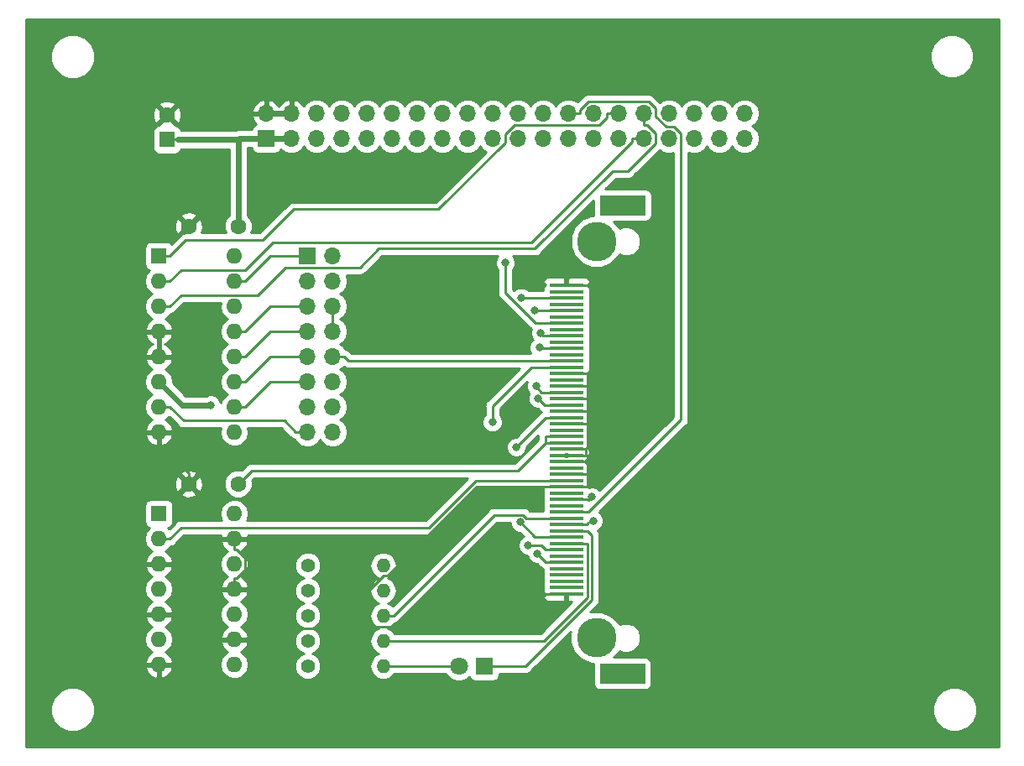
<source format=gtl>
G04 #@! TF.GenerationSoftware,KiCad,Pcbnew,(5.0.0-3-g5ebb6b6)*
G04 #@! TF.CreationDate,2018-12-13T20:58:23+09:00*
G04 #@! TF.ProjectId,SBC80-CF,53424338302D43462E6B696361645F70,rev?*
G04 #@! TF.SameCoordinates,Original*
G04 #@! TF.FileFunction,Copper,L1,Top,Signal*
G04 #@! TF.FilePolarity,Positive*
%FSLAX46Y46*%
G04 Gerber Fmt 4.6, Leading zero omitted, Abs format (unit mm)*
G04 Created by KiCad (PCBNEW (5.0.0-3-g5ebb6b6)) date *
%MOMM*%
%LPD*%
G01*
G04 APERTURE LIST*
G04 #@! TA.AperFunction,SMDPad,CuDef*
%ADD10R,3.510000X0.410000*%
G04 #@! TD*
G04 #@! TA.AperFunction,ComponentPad*
%ADD11C,3.990000*%
G04 #@! TD*
G04 #@! TA.AperFunction,SMDPad,CuDef*
%ADD12R,4.570000X2.000000*%
G04 #@! TD*
G04 #@! TA.AperFunction,ComponentPad*
%ADD13R,1.700000X1.700000*%
G04 #@! TD*
G04 #@! TA.AperFunction,ComponentPad*
%ADD14O,1.700000X1.700000*%
G04 #@! TD*
G04 #@! TA.AperFunction,ComponentPad*
%ADD15R,1.800000X1.800000*%
G04 #@! TD*
G04 #@! TA.AperFunction,ComponentPad*
%ADD16C,1.800000*%
G04 #@! TD*
G04 #@! TA.AperFunction,ComponentPad*
%ADD17C,1.600000*%
G04 #@! TD*
G04 #@! TA.AperFunction,ComponentPad*
%ADD18R,1.600000X1.600000*%
G04 #@! TD*
G04 #@! TA.AperFunction,ComponentPad*
%ADD19C,1.400000*%
G04 #@! TD*
G04 #@! TA.AperFunction,ComponentPad*
%ADD20O,1.400000X1.400000*%
G04 #@! TD*
G04 #@! TA.AperFunction,ComponentPad*
%ADD21O,1.600000X1.600000*%
G04 #@! TD*
G04 #@! TA.AperFunction,ViaPad*
%ADD22C,0.800000*%
G04 #@! TD*
G04 #@! TA.AperFunction,Conductor*
%ADD23C,0.250000*%
G04 #@! TD*
G04 #@! TA.AperFunction,Conductor*
%ADD24C,0.600000*%
G04 #@! TD*
G04 #@! TA.AperFunction,Conductor*
%ADD25C,0.254000*%
G04 #@! TD*
G04 APERTURE END LIST*
D10*
G04 #@! TO.P,J3,1*
G04 #@! TO.N,GND*
X154320000Y-71690000D03*
G04 #@! TO.P,J3,26*
G04 #@! TO.N,/~CD1*
X154320000Y-72330000D03*
G04 #@! TO.P,J3,2*
G04 #@! TO.N,/D3*
X154320000Y-72960000D03*
G04 #@! TO.P,J3,27*
G04 #@! TO.N,/D11*
X154320000Y-73600000D03*
G04 #@! TO.P,J3,3*
G04 #@! TO.N,/D4*
X154320000Y-74230000D03*
G04 #@! TO.P,J3,28*
G04 #@! TO.N,/D12*
X154320000Y-74870000D03*
G04 #@! TO.P,J3,4*
G04 #@! TO.N,/D5*
X154320000Y-75500000D03*
G04 #@! TO.P,J3,29*
G04 #@! TO.N,/D13*
X154320000Y-76140000D03*
G04 #@! TO.P,J3,5*
G04 #@! TO.N,/D6*
X154320000Y-76770000D03*
G04 #@! TO.P,J3,30*
G04 #@! TO.N,/D14*
X154320000Y-77410000D03*
G04 #@! TO.P,J3,6*
G04 #@! TO.N,/D7*
X154320000Y-78040000D03*
G04 #@! TO.P,J3,31*
G04 #@! TO.N,/D15*
X154320000Y-78680000D03*
G04 #@! TO.P,J3,7*
G04 #@! TO.N,/~CS0*
X154320000Y-79310000D03*
G04 #@! TO.P,J3,32*
G04 #@! TO.N,/~CS1*
X154320000Y-79950000D03*
G04 #@! TO.P,J3,8*
G04 #@! TO.N,GND*
X154320000Y-80580000D03*
G04 #@! TO.P,J3,33*
G04 #@! TO.N,/VS1*
X154320000Y-81220000D03*
G04 #@! TO.P,J3,9*
G04 #@! TO.N,GND*
X154320000Y-81850000D03*
G04 #@! TO.P,J3,34*
G04 #@! TO.N,~IORD*
X154320000Y-82490000D03*
G04 #@! TO.P,J3,10*
G04 #@! TO.N,GND*
X154320000Y-83120000D03*
G04 #@! TO.P,J3,35*
G04 #@! TO.N,~IOWR*
X154320000Y-83760000D03*
G04 #@! TO.P,J3,11*
G04 #@! TO.N,GND*
X154320000Y-84390000D03*
G04 #@! TO.P,J3,36*
G04 #@! TO.N,/~WE*
X154320000Y-85030000D03*
G04 #@! TO.P,J3,12*
G04 #@! TO.N,GND*
X154320000Y-85660000D03*
G04 #@! TO.P,J3,37*
G04 #@! TO.N,/INTRQ*
X154320000Y-86300000D03*
G04 #@! TO.P,J3,13*
G04 #@! TO.N,VCC*
X154320000Y-86930000D03*
G04 #@! TO.P,J3,38*
X154320000Y-87570000D03*
G04 #@! TO.P,J3,14*
G04 #@! TO.N,GND*
X154320000Y-88200000D03*
G04 #@! TO.P,J3,39*
X154320000Y-88840000D03*
G04 #@! TO.P,J3,15*
X154320000Y-89470000D03*
G04 #@! TO.P,J3,40*
G04 #@! TO.N,/VS2*
X154320000Y-90110000D03*
G04 #@! TO.P,J3,16*
G04 #@! TO.N,GND*
X154320000Y-90740000D03*
G04 #@! TO.P,J3,41*
G04 #@! TO.N,~RESET*
X154320000Y-91380000D03*
G04 #@! TO.P,J3,17*
G04 #@! TO.N,GND*
X154320000Y-92010000D03*
G04 #@! TO.P,J3,42*
G04 #@! TO.N,/IORDY*
X154320000Y-92650000D03*
G04 #@! TO.P,J3,18*
G04 #@! TO.N,/A2*
X154320000Y-93280000D03*
G04 #@! TO.P,J3,43*
G04 #@! TO.N,/DMREQ*
X154320000Y-93920000D03*
G04 #@! TO.P,J3,19*
G04 #@! TO.N,/A1*
X154320000Y-94550000D03*
G04 #@! TO.P,J3,44*
G04 #@! TO.N,/~DMACK*
X154320000Y-95190000D03*
G04 #@! TO.P,J3,20*
G04 #@! TO.N,/A0*
X154320000Y-95820000D03*
G04 #@! TO.P,J3,45*
G04 #@! TO.N,/~DASP*
X154320000Y-96460000D03*
G04 #@! TO.P,J3,21*
G04 #@! TO.N,/D0*
X154320000Y-97090000D03*
G04 #@! TO.P,J3,46*
G04 #@! TO.N,/~PDIAG*
X154320000Y-97730000D03*
G04 #@! TO.P,J3,22*
G04 #@! TO.N,/D1*
X154320000Y-98360000D03*
G04 #@! TO.P,J3,47*
G04 #@! TO.N,/D8*
X154320000Y-99000000D03*
G04 #@! TO.P,J3,23*
G04 #@! TO.N,/D2*
X154320000Y-99630000D03*
G04 #@! TO.P,J3,48*
G04 #@! TO.N,/D9*
X154320000Y-100270000D03*
G04 #@! TO.P,J3,24*
G04 #@! TO.N,/~IOCS16*
X154320000Y-100900000D03*
G04 #@! TO.P,J3,49*
G04 #@! TO.N,/D10*
X154320000Y-101540000D03*
G04 #@! TO.P,J3,25*
G04 #@! TO.N,/~CD2*
X154320000Y-102170000D03*
G04 #@! TO.P,J3,50*
G04 #@! TO.N,GND*
X154320000Y-102810000D03*
D11*
G04 #@! TO.P,J3,*
G04 #@! TO.N,*
X157330000Y-107260000D03*
X157340000Y-67260000D03*
D12*
X159990000Y-63610000D03*
X159980000Y-110890000D03*
G04 #@! TD*
D13*
G04 #@! TO.P,J2,1*
G04 #@! TO.N,Net-(J2-Pad1)*
X128190000Y-68730000D03*
D14*
G04 #@! TO.P,J2,2*
G04 #@! TO.N,/~CS0*
X130730000Y-68730000D03*
G04 #@! TO.P,J2,3*
G04 #@! TO.N,Net-(J2-Pad3)*
X128190000Y-71270000D03*
G04 #@! TO.P,J2,4*
G04 #@! TO.N,/~CS0*
X130730000Y-71270000D03*
G04 #@! TO.P,J2,5*
G04 #@! TO.N,Net-(J2-Pad5)*
X128190000Y-73810000D03*
G04 #@! TO.P,J2,6*
G04 #@! TO.N,/~CS0*
X130730000Y-73810000D03*
G04 #@! TO.P,J2,7*
G04 #@! TO.N,Net-(J2-Pad7)*
X128190000Y-76350000D03*
G04 #@! TO.P,J2,8*
G04 #@! TO.N,/~CS0*
X130730000Y-76350000D03*
G04 #@! TO.P,J2,9*
G04 #@! TO.N,Net-(J2-Pad9)*
X128190000Y-78890000D03*
G04 #@! TO.P,J2,10*
G04 #@! TO.N,/~CS0*
X130730000Y-78890000D03*
G04 #@! TO.P,J2,11*
G04 #@! TO.N,Net-(J2-Pad11)*
X128190000Y-81430000D03*
G04 #@! TO.P,J2,12*
G04 #@! TO.N,/~CS0*
X130730000Y-81430000D03*
G04 #@! TO.P,J2,13*
G04 #@! TO.N,Net-(J2-Pad13)*
X128190000Y-83970000D03*
G04 #@! TO.P,J2,14*
G04 #@! TO.N,/~CS0*
X130730000Y-83970000D03*
G04 #@! TO.P,J2,15*
G04 #@! TO.N,Net-(J2-Pad15)*
X128190000Y-86510000D03*
G04 #@! TO.P,J2,16*
G04 #@! TO.N,/~CS0*
X130730000Y-86510000D03*
G04 #@! TD*
D15*
G04 #@! TO.P,D1,1*
G04 #@! TO.N,/~DASP*
X145990000Y-110110000D03*
D16*
G04 #@! TO.P,D1,2*
G04 #@! TO.N,Net-(D1-Pad2)*
X143450000Y-110110000D03*
G04 #@! TD*
D17*
G04 #@! TO.P,C1,1*
G04 #@! TO.N,VCC*
X121190000Y-65730000D03*
G04 #@! TO.P,C1,2*
G04 #@! TO.N,GND*
X116190000Y-65730000D03*
G04 #@! TD*
G04 #@! TO.P,C2,2*
G04 #@! TO.N,GND*
X116190000Y-91730000D03*
G04 #@! TO.P,C2,1*
G04 #@! TO.N,VCC*
X121190000Y-91730000D03*
G04 #@! TD*
D18*
G04 #@! TO.P,C3,1*
G04 #@! TO.N,VCC*
X114000000Y-57000000D03*
D17*
G04 #@! TO.P,C3,2*
G04 #@! TO.N,GND*
X114000000Y-54500000D03*
G04 #@! TD*
D19*
G04 #@! TO.P,R1,1*
G04 #@! TO.N,VCC*
X128210000Y-99950000D03*
D20*
G04 #@! TO.P,R1,2*
G04 #@! TO.N,/~CS1*
X135830000Y-99950000D03*
G04 #@! TD*
G04 #@! TO.P,R2,2*
G04 #@! TO.N,/~WE*
X135830000Y-102490000D03*
D19*
G04 #@! TO.P,R2,1*
G04 #@! TO.N,VCC*
X128210000Y-102490000D03*
G04 #@! TD*
G04 #@! TO.P,R3,1*
G04 #@! TO.N,VCC*
X128210000Y-105030000D03*
D20*
G04 #@! TO.P,R3,2*
G04 #@! TO.N,/~DMACK*
X135830000Y-105030000D03*
G04 #@! TD*
G04 #@! TO.P,R4,2*
G04 #@! TO.N,/~PDIAG*
X135830000Y-107570000D03*
D19*
G04 #@! TO.P,R4,1*
G04 #@! TO.N,VCC*
X128210000Y-107570000D03*
G04 #@! TD*
G04 #@! TO.P,R5,1*
G04 #@! TO.N,VCC*
X128210000Y-110110000D03*
D20*
G04 #@! TO.P,R5,2*
G04 #@! TO.N,Net-(D1-Pad2)*
X135830000Y-110110000D03*
G04 #@! TD*
D18*
G04 #@! TO.P,U1,1*
G04 #@! TO.N,/A5*
X113190000Y-68730000D03*
D21*
G04 #@! TO.P,U1,9*
G04 #@! TO.N,Net-(J2-Pad13)*
X120810000Y-86510000D03*
G04 #@! TO.P,U1,2*
G04 #@! TO.N,/A6*
X113190000Y-71270000D03*
G04 #@! TO.P,U1,10*
G04 #@! TO.N,Net-(J2-Pad11)*
X120810000Y-83970000D03*
G04 #@! TO.P,U1,3*
G04 #@! TO.N,/A7*
X113190000Y-73810000D03*
G04 #@! TO.P,U1,11*
G04 #@! TO.N,Net-(J2-Pad9)*
X120810000Y-81430000D03*
G04 #@! TO.P,U1,4*
G04 #@! TO.N,GND*
X113190000Y-76350000D03*
G04 #@! TO.P,U1,12*
G04 #@! TO.N,Net-(J2-Pad7)*
X120810000Y-78890000D03*
G04 #@! TO.P,U1,5*
G04 #@! TO.N,GND*
X113190000Y-78890000D03*
G04 #@! TO.P,U1,13*
G04 #@! TO.N,Net-(J2-Pad5)*
X120810000Y-76350000D03*
G04 #@! TO.P,U1,6*
G04 #@! TO.N,VCC*
X113190000Y-81430000D03*
G04 #@! TO.P,U1,14*
G04 #@! TO.N,Net-(J2-Pad3)*
X120810000Y-73810000D03*
G04 #@! TO.P,U1,7*
G04 #@! TO.N,Net-(J2-Pad15)*
X113190000Y-83970000D03*
G04 #@! TO.P,U1,15*
G04 #@! TO.N,Net-(J2-Pad1)*
X120810000Y-71270000D03*
G04 #@! TO.P,U1,8*
G04 #@! TO.N,GND*
X113190000Y-86510000D03*
G04 #@! TO.P,U1,16*
G04 #@! TO.N,VCC*
X120810000Y-68730000D03*
G04 #@! TD*
D18*
G04 #@! TO.P,U2,1*
G04 #@! TO.N,/RES*
X113190000Y-94730000D03*
D21*
G04 #@! TO.P,U2,8*
G04 #@! TO.N,Net-(U2-Pad8)*
X120810000Y-109970000D03*
G04 #@! TO.P,U2,2*
G04 #@! TO.N,~RESET*
X113190000Y-97270000D03*
G04 #@! TO.P,U2,9*
G04 #@! TO.N,GND*
X120810000Y-107430000D03*
G04 #@! TO.P,U2,3*
X113190000Y-99810000D03*
G04 #@! TO.P,U2,10*
G04 #@! TO.N,Net-(U2-Pad10)*
X120810000Y-104890000D03*
G04 #@! TO.P,U2,4*
G04 #@! TO.N,Net-(U2-Pad4)*
X113190000Y-102350000D03*
G04 #@! TO.P,U2,11*
G04 #@! TO.N,GND*
X120810000Y-102350000D03*
G04 #@! TO.P,U2,5*
X113190000Y-104890000D03*
G04 #@! TO.P,U2,12*
G04 #@! TO.N,Net-(U2-Pad12)*
X120810000Y-99810000D03*
G04 #@! TO.P,U2,6*
G04 #@! TO.N,Net-(U2-Pad6)*
X113190000Y-107430000D03*
G04 #@! TO.P,U2,13*
G04 #@! TO.N,GND*
X120810000Y-97270000D03*
G04 #@! TO.P,U2,7*
X113190000Y-109970000D03*
G04 #@! TO.P,U2,14*
G04 #@! TO.N,VCC*
X120810000Y-94730000D03*
G04 #@! TD*
D13*
G04 #@! TO.P,J1,1*
G04 #@! TO.N,VCC*
X124019000Y-56897000D03*
D14*
G04 #@! TO.P,J1,2*
G04 #@! TO.N,GND*
X124019000Y-54357000D03*
G04 #@! TO.P,J1,3*
G04 #@! TO.N,VCC*
X126559000Y-56897000D03*
G04 #@! TO.P,J1,4*
G04 #@! TO.N,GND*
X126559000Y-54357000D03*
G04 #@! TO.P,J1,5*
G04 #@! TO.N,Net-(J1-Pad5)*
X129099000Y-56897000D03*
G04 #@! TO.P,J1,6*
G04 #@! TO.N,Net-(J1-Pad6)*
X129099000Y-54357000D03*
G04 #@! TO.P,J1,7*
G04 #@! TO.N,Net-(J1-Pad7)*
X131639000Y-56897000D03*
G04 #@! TO.P,J1,8*
G04 #@! TO.N,Net-(J1-Pad8)*
X131639000Y-54357000D03*
G04 #@! TO.P,J1,9*
G04 #@! TO.N,/D0*
X134179000Y-56897000D03*
G04 #@! TO.P,J1,10*
G04 #@! TO.N,/D1*
X134179000Y-54357000D03*
G04 #@! TO.P,J1,11*
G04 #@! TO.N,/D2*
X136719000Y-56897000D03*
G04 #@! TO.P,J1,12*
G04 #@! TO.N,/D3*
X136719000Y-54357000D03*
G04 #@! TO.P,J1,13*
G04 #@! TO.N,/D4*
X139259000Y-56897000D03*
G04 #@! TO.P,J1,14*
G04 #@! TO.N,/D5*
X139259000Y-54357000D03*
G04 #@! TO.P,J1,15*
G04 #@! TO.N,/D6*
X141799000Y-56897000D03*
G04 #@! TO.P,J1,16*
G04 #@! TO.N,/D7*
X141799000Y-54357000D03*
G04 #@! TO.P,J1,17*
G04 #@! TO.N,~IORD*
X144339000Y-56897000D03*
G04 #@! TO.P,J1,18*
G04 #@! TO.N,Net-(J1-Pad18)*
X144339000Y-54357000D03*
G04 #@! TO.P,J1,19*
G04 #@! TO.N,~IOWR*
X146879000Y-56897000D03*
G04 #@! TO.P,J1,20*
G04 #@! TO.N,Net-(J1-Pad20)*
X146879000Y-54357000D03*
G04 #@! TO.P,J1,21*
G04 #@! TO.N,/RES*
X149419000Y-56897000D03*
G04 #@! TO.P,J1,22*
G04 #@! TO.N,Net-(J1-Pad22)*
X149419000Y-54357000D03*
G04 #@! TO.P,J1,23*
G04 #@! TO.N,Net-(J1-Pad23)*
X151959000Y-56897000D03*
G04 #@! TO.P,J1,24*
G04 #@! TO.N,Net-(J1-Pad24)*
X151959000Y-54357000D03*
G04 #@! TO.P,J1,25*
G04 #@! TO.N,/A0*
X154499000Y-56897000D03*
G04 #@! TO.P,J1,26*
G04 #@! TO.N,/A1*
X154499000Y-54357000D03*
G04 #@! TO.P,J1,27*
G04 #@! TO.N,/A2*
X157039000Y-56897000D03*
G04 #@! TO.P,J1,28*
G04 #@! TO.N,Net-(J1-Pad28)*
X157039000Y-54357000D03*
G04 #@! TO.P,J1,29*
G04 #@! TO.N,Net-(J1-Pad29)*
X159579000Y-56897000D03*
G04 #@! TO.P,J1,30*
G04 #@! TO.N,/A5*
X159579000Y-54357000D03*
G04 #@! TO.P,J1,31*
G04 #@! TO.N,/A6*
X162119000Y-56897000D03*
G04 #@! TO.P,J1,32*
G04 #@! TO.N,/A7*
X162119000Y-54357000D03*
G04 #@! TO.P,J1,33*
G04 #@! TO.N,Net-(J1-Pad33)*
X164659000Y-56897000D03*
G04 #@! TO.P,J1,34*
G04 #@! TO.N,Net-(J1-Pad34)*
X164659000Y-54357000D03*
G04 #@! TO.P,J1,35*
G04 #@! TO.N,Net-(J1-Pad35)*
X167199000Y-56897000D03*
G04 #@! TO.P,J1,36*
G04 #@! TO.N,Net-(J1-Pad36)*
X167199000Y-54357000D03*
G04 #@! TO.P,J1,37*
G04 #@! TO.N,Net-(J1-Pad37)*
X169739000Y-56897000D03*
G04 #@! TO.P,J1,38*
G04 #@! TO.N,Net-(J1-Pad38)*
X169739000Y-54357000D03*
G04 #@! TO.P,J1,39*
G04 #@! TO.N,Net-(J1-Pad39)*
X172279000Y-56897000D03*
G04 #@! TO.P,J1,40*
G04 #@! TO.N,Net-(J1-Pad40)*
X172279000Y-54357000D03*
G04 #@! TD*
D22*
G04 #@! TO.N,VCC*
X118410000Y-83770000D03*
G04 #@! TO.N,GND*
X137735000Y-84075000D03*
X135830000Y-76455000D03*
X125670000Y-61215000D03*
X141460000Y-71040000D03*
G04 #@! TO.N,/A2*
X156860000Y-93070000D03*
G04 #@! TO.N,/D0*
X149647600Y-95596300D03*
G04 #@! TO.N,/D1*
X150419500Y-97939200D03*
G04 #@! TO.N,/D2*
X151368300Y-98784500D03*
G04 #@! TO.N,/D3*
X149773600Y-72942400D03*
G04 #@! TO.N,/D4*
X151104000Y-74230000D03*
G04 #@! TO.N,/D5*
X148135600Y-69433200D03*
G04 #@! TO.N,/D6*
X151701200Y-76515000D03*
G04 #@! TO.N,/D7*
X151590000Y-77980000D03*
G04 #@! TO.N,~IORD*
X151270000Y-81890000D03*
G04 #@! TO.N,~IOWR*
X151466135Y-83133564D03*
G04 #@! TO.N,/A0*
X157010000Y-95450000D03*
G04 #@! TO.N,/~CS1*
X146833200Y-85512800D03*
G04 #@! TO.N,/~WE*
X149243300Y-88026400D03*
G04 #@! TD*
D23*
G04 #@! TO.N,VCC*
X121190000Y-91730000D02*
X122533600Y-90386400D01*
X122533600Y-90386400D02*
X149423300Y-90386400D01*
X149423300Y-90386400D02*
X152239700Y-87570000D01*
X152352300Y-87570000D02*
X152239700Y-87570000D01*
X154320000Y-87570000D02*
X152352300Y-87570000D01*
X154320000Y-86930000D02*
X152239700Y-86930000D01*
X152239700Y-87570000D02*
X152239700Y-86930000D01*
D24*
X121190000Y-57000000D02*
X121190000Y-65730000D01*
X124019000Y-56897000D02*
X121293000Y-56897000D01*
D23*
X121293000Y-56897000D02*
X121190000Y-57000000D01*
D24*
X121190000Y-57000000D02*
X115125300Y-57000000D01*
D23*
X114000000Y-57000000D02*
X115125300Y-57000000D01*
D24*
X126559000Y-56897000D02*
X124019000Y-56897000D01*
X115530000Y-83770000D02*
X118410000Y-83770000D01*
X113190000Y-81430000D02*
X115530000Y-83770000D01*
D23*
G04 #@! TO.N,GND*
X156287700Y-80580000D02*
X156400200Y-80580000D01*
X156400300Y-81850000D02*
X156400300Y-80580100D01*
X156400300Y-80580100D02*
X156400200Y-80580000D01*
X156287700Y-81850000D02*
X156400300Y-81850000D01*
X154320000Y-81850000D02*
X156287700Y-81850000D01*
X156400300Y-83120000D02*
X156400300Y-81850000D01*
X156400300Y-84390000D02*
X156400300Y-83120000D01*
X156400300Y-83120000D02*
X156287700Y-83120000D01*
X154320000Y-80580000D02*
X156287700Y-80580000D01*
X113190000Y-86510000D02*
X113190000Y-87635300D01*
X113190000Y-87635300D02*
X116190000Y-90635300D01*
X116190000Y-90635300D02*
X116190000Y-91730000D01*
X156287700Y-84390000D02*
X156400300Y-84390000D01*
X156400300Y-85660000D02*
X156400300Y-84390000D01*
X156231400Y-88200000D02*
X156400300Y-88031100D01*
X156400300Y-88031100D02*
X156400300Y-85660000D01*
X156158100Y-88840000D02*
X156231400Y-88766700D01*
X156231400Y-88766700D02*
X156231400Y-88200000D01*
X154320000Y-85660000D02*
X156400300Y-85660000D01*
X154320000Y-88200000D02*
X156231400Y-88200000D01*
X154320000Y-92010000D02*
X156400300Y-92010000D01*
X156400300Y-92010000D02*
X156400300Y-90852600D01*
X156400300Y-90852600D02*
X156287700Y-90740000D01*
X133291400Y-104894900D02*
X133291400Y-103543700D01*
X133291400Y-103543700D02*
X135859700Y-100975400D01*
X135859700Y-100975400D02*
X136262100Y-100975400D01*
X136262100Y-100975400D02*
X145227500Y-92010000D01*
X145227500Y-92010000D02*
X154320000Y-92010000D01*
X133291400Y-104894900D02*
X134525000Y-106128500D01*
X134525000Y-106128500D02*
X148921200Y-106128500D01*
X148921200Y-106128500D02*
X152239700Y-102810000D01*
X121935300Y-107430000D02*
X123060600Y-106304700D01*
X123060600Y-106304700D02*
X131881600Y-106304700D01*
X131881600Y-106304700D02*
X133291400Y-104894900D01*
X120810000Y-102350000D02*
X120810000Y-101224700D01*
X120810000Y-97270000D02*
X120810000Y-98395300D01*
X120810000Y-98395300D02*
X121091300Y-98395300D01*
X121091300Y-98395300D02*
X121935300Y-99239300D01*
X121935300Y-99239300D02*
X121935300Y-100380800D01*
X121935300Y-100380800D02*
X121091400Y-101224700D01*
X121091400Y-101224700D02*
X120810000Y-101224700D01*
X156287700Y-90740000D02*
X156400300Y-90627400D01*
X156400300Y-90627400D02*
X156400300Y-89702200D01*
X156400300Y-89702200D02*
X156168100Y-89470000D01*
X156168100Y-89470000D02*
X156400300Y-89237800D01*
X156400300Y-89237800D02*
X156400300Y-88840000D01*
X154320000Y-90740000D02*
X156287700Y-90740000D01*
X154320000Y-102810000D02*
X152239700Y-102810000D01*
X120810000Y-107430000D02*
X121935300Y-107430000D01*
X154320000Y-83120000D02*
X156287700Y-83120000D01*
X154320000Y-84390000D02*
X156287700Y-84390000D01*
X156158100Y-88840000D02*
X156400300Y-88840000D01*
X155360200Y-88840000D02*
X156158100Y-88840000D01*
X154320000Y-88840000D02*
X154960000Y-88840000D01*
X155360200Y-88840000D02*
X154960000Y-88840000D01*
X155360200Y-89470000D02*
X156168100Y-89470000D01*
X154320000Y-89470000D02*
X154950000Y-89470000D01*
X155360200Y-89470000D02*
X154950000Y-89470000D01*
D24*
X126559000Y-54357000D02*
X124019000Y-54357000D01*
D23*
X156400300Y-71690000D02*
X154320000Y-71690000D01*
X157360000Y-72649700D02*
X156400300Y-71690000D01*
X157360000Y-79620200D02*
X157360000Y-72649700D01*
X156400200Y-80580000D02*
X157360000Y-79620200D01*
G04 #@! TO.N,/~DASP*
X154320000Y-96460000D02*
X156400300Y-96460000D01*
X156400300Y-96460000D02*
X156868400Y-96928100D01*
X156868400Y-96928100D02*
X156868400Y-103437200D01*
X156868400Y-103437200D02*
X150195600Y-110110000D01*
X150195600Y-110110000D02*
X145990000Y-110110000D01*
G04 #@! TO.N,Net-(D1-Pad2)*
X135830000Y-110110000D02*
X143450000Y-110110000D01*
G04 #@! TO.N,/A1*
X154499000Y-54357000D02*
X155674300Y-54357000D01*
X155674300Y-54357000D02*
X155674300Y-53989700D01*
X155674300Y-53989700D02*
X156493800Y-53170200D01*
X156493800Y-53170200D02*
X162606800Y-53170200D01*
X162606800Y-53170200D02*
X163294900Y-53858300D01*
X163294900Y-53858300D02*
X163294900Y-54657100D01*
X163294900Y-54657100D02*
X164359400Y-55721600D01*
X164359400Y-55721600D02*
X165184600Y-55721600D01*
X165184600Y-55721600D02*
X165852800Y-56389800D01*
X165852800Y-56389800D02*
X165852800Y-85258800D01*
X165852800Y-85258800D02*
X156561600Y-94550000D01*
X156561600Y-94550000D02*
X154320000Y-94550000D01*
G04 #@! TO.N,/A2*
X156400300Y-93280000D02*
X154320000Y-93280000D01*
X156493900Y-93373600D02*
X156400300Y-93280000D01*
X156860000Y-93070000D02*
X156493900Y-93373600D01*
G04 #@! TO.N,/D0*
X149647600Y-95596300D02*
X151141300Y-97090000D01*
X151141300Y-97090000D02*
X154320000Y-97090000D01*
G04 #@! TO.N,/D1*
X152239700Y-98360000D02*
X151818900Y-97939200D01*
X151818900Y-97939200D02*
X150419500Y-97939200D01*
X154320000Y-98360000D02*
X152239700Y-98360000D01*
G04 #@! TO.N,/D2*
X151368300Y-98784500D02*
X152213800Y-99630000D01*
X152213800Y-99630000D02*
X154320000Y-99630000D01*
G04 #@! TO.N,/D3*
X154320000Y-72960000D02*
X152239700Y-72960000D01*
X149773600Y-72942400D02*
X152222100Y-72942400D01*
X152222100Y-72942400D02*
X152239700Y-72960000D01*
G04 #@! TO.N,/D4*
X152239700Y-74230000D02*
X151104000Y-74230000D01*
X154320000Y-74230000D02*
X152239700Y-74230000D01*
G04 #@! TO.N,/D5*
X154320000Y-75500000D02*
X151219700Y-75500000D01*
X151219700Y-75500000D02*
X148135600Y-72415900D01*
X148135600Y-72415900D02*
X148135600Y-69433200D01*
G04 #@! TO.N,/D6*
X151701200Y-76515000D02*
X151956200Y-76770000D01*
X151956200Y-76770000D02*
X154320000Y-76770000D01*
G04 #@! TO.N,/D7*
X152198700Y-78040000D02*
X152239700Y-78040000D01*
X152239700Y-78040000D02*
X154320000Y-78040000D01*
X151590000Y-77980000D02*
X152198700Y-78040000D01*
G04 #@! TO.N,~IORD*
X151150000Y-81840000D02*
X151800000Y-82490000D01*
X151480000Y-81840000D02*
X151150000Y-81840000D01*
X151800000Y-82490000D02*
X154320000Y-82490000D01*
G04 #@! TO.N,~IOWR*
X152092571Y-83760000D02*
X151866134Y-83533563D01*
X154320000Y-83760000D02*
X152092571Y-83760000D01*
X151866134Y-83533563D02*
X151466135Y-83133564D01*
G04 #@! TO.N,/A0*
X156400300Y-95820000D02*
X154320000Y-95820000D01*
X156400300Y-95678700D02*
X156400300Y-95820000D01*
X157010000Y-95450000D02*
X156400300Y-95678700D01*
G04 #@! TO.N,Net-(J2-Pad1)*
X121935300Y-71270000D02*
X124475300Y-68730000D01*
X124475300Y-68730000D02*
X128190000Y-68730000D01*
X120810000Y-71270000D02*
X121935300Y-71270000D01*
G04 #@! TO.N,/~CS0*
X154320000Y-79310000D02*
X132325300Y-79310000D01*
X132325300Y-79310000D02*
X131905300Y-78890000D01*
X130730000Y-78890000D02*
X131905300Y-78890000D01*
X130730000Y-76350000D02*
X130730000Y-73810000D01*
G04 #@! TO.N,Net-(J2-Pad5)*
X120810000Y-76350000D02*
X121935300Y-76350000D01*
X121935300Y-76350000D02*
X124475300Y-73810000D01*
X124475300Y-73810000D02*
X128190000Y-73810000D01*
G04 #@! TO.N,Net-(J2-Pad7)*
X121935300Y-78890000D02*
X124475300Y-76350000D01*
X124475300Y-76350000D02*
X128190000Y-76350000D01*
X120810000Y-78890000D02*
X121935300Y-78890000D01*
G04 #@! TO.N,Net-(J2-Pad9)*
X120810000Y-81430000D02*
X121935300Y-81430000D01*
X121935300Y-81430000D02*
X124475300Y-78890000D01*
X124475300Y-78890000D02*
X128190000Y-78890000D01*
G04 #@! TO.N,Net-(J2-Pad11)*
X120810000Y-83970000D02*
X121935300Y-83970000D01*
X121935300Y-83970000D02*
X124475300Y-81430000D01*
X124475300Y-81430000D02*
X128190000Y-81430000D01*
G04 #@! TO.N,Net-(J2-Pad15)*
X128190000Y-86510000D02*
X127014700Y-86510000D01*
X113190000Y-83970000D02*
X114315300Y-83970000D01*
X114315300Y-83970000D02*
X115680000Y-85334700D01*
X115680000Y-85334700D02*
X125839400Y-85334700D01*
X125839400Y-85334700D02*
X127014700Y-86510000D01*
G04 #@! TO.N,/~CS1*
X150740000Y-79950000D02*
X146833200Y-83856800D01*
X146833200Y-83856800D02*
X146833200Y-85512800D01*
X154320000Y-79950000D02*
X150740000Y-79950000D01*
G04 #@! TO.N,/~WE*
X149243300Y-88026400D02*
X152239700Y-85030000D01*
X154320000Y-85030000D02*
X152239700Y-85030000D01*
G04 #@! TO.N,~RESET*
X154320000Y-91380000D02*
X152239700Y-91380000D01*
X114315300Y-97270000D02*
X115440600Y-96144700D01*
X115440600Y-96144700D02*
X140429900Y-96144700D01*
X140429900Y-96144700D02*
X145194600Y-91380000D01*
X145194600Y-91380000D02*
X152239700Y-91380000D01*
X113190000Y-97270000D02*
X114315300Y-97270000D01*
G04 #@! TO.N,/~DMACK*
X154320000Y-95190000D02*
X150267100Y-95190000D01*
X150267100Y-95190000D02*
X149948100Y-94871000D01*
X149948100Y-94871000D02*
X147014300Y-94871000D01*
X147014300Y-94871000D02*
X136855300Y-105030000D01*
X135830000Y-105030000D02*
X136855300Y-105030000D01*
G04 #@! TO.N,/~PDIAG*
X154320000Y-97730000D02*
X156400300Y-97730000D01*
X135830000Y-107570000D02*
X152017200Y-107570000D01*
X152017200Y-107570000D02*
X156400300Y-103186900D01*
X156400300Y-103186900D02*
X156400300Y-97730000D01*
G04 #@! TO.N,/A5*
X158403700Y-54357000D02*
X158403700Y-54724400D01*
X158403700Y-54724400D02*
X157595800Y-55532300D01*
X157595800Y-55532300D02*
X149082700Y-55532300D01*
X149082700Y-55532300D02*
X148149000Y-56466000D01*
X148149000Y-56466000D02*
X148149000Y-57290000D01*
X148149000Y-57290000D02*
X141408600Y-64030400D01*
X141408600Y-64030400D02*
X126807800Y-64030400D01*
X126807800Y-64030400D02*
X123683800Y-67154400D01*
X123683800Y-67154400D02*
X115890900Y-67154400D01*
X115890900Y-67154400D02*
X114315300Y-68730000D01*
X113190000Y-68730000D02*
X114315300Y-68730000D01*
X159579000Y-54357000D02*
X158403700Y-54357000D01*
G04 #@! TO.N,/A6*
X113190000Y-71270000D02*
X114315300Y-71270000D01*
X162119000Y-56897000D02*
X160943700Y-56897000D01*
X160943700Y-56897000D02*
X160943700Y-57219500D01*
X160943700Y-57219500D02*
X150783700Y-67379500D01*
X150783700Y-67379500D02*
X124695800Y-67379500D01*
X124695800Y-67379500D02*
X121930600Y-70144700D01*
X121930600Y-70144700D02*
X115440600Y-70144700D01*
X115440600Y-70144700D02*
X114315300Y-71270000D01*
G04 #@! TO.N,/A7*
X113190000Y-73810000D02*
X114315300Y-73810000D01*
X162119000Y-54357000D02*
X162119000Y-55532300D01*
X162119000Y-55532300D02*
X162486300Y-55532300D01*
X162486300Y-55532300D02*
X163295100Y-56341100D01*
X163295100Y-56341100D02*
X163295100Y-57394400D01*
X163295100Y-57394400D02*
X160530900Y-60158600D01*
X160530900Y-60158600D02*
X158964100Y-60158600D01*
X158964100Y-60158600D02*
X151117700Y-68005000D01*
X151117700Y-68005000D02*
X135384400Y-68005000D01*
X135384400Y-68005000D02*
X133484000Y-69905400D01*
X133484000Y-69905400D02*
X125935800Y-69905400D01*
X125935800Y-69905400D02*
X123156500Y-72684700D01*
X123156500Y-72684700D02*
X115440600Y-72684700D01*
X115440600Y-72684700D02*
X114315300Y-73810000D01*
G04 #@! TD*
D25*
G04 #@! TO.N,GND*
G36*
X197933000Y-118238000D02*
X99762000Y-118238000D01*
X99762000Y-114075431D01*
X102265000Y-114075431D01*
X102265000Y-114964569D01*
X102605259Y-115786026D01*
X103233974Y-116414741D01*
X104055431Y-116755000D01*
X104944569Y-116755000D01*
X105766026Y-116414741D01*
X106394741Y-115786026D01*
X106735000Y-114964569D01*
X106735000Y-114075431D01*
X191225000Y-114075431D01*
X191225000Y-114964569D01*
X191565259Y-115786026D01*
X192193974Y-116414741D01*
X193015431Y-116755000D01*
X193904569Y-116755000D01*
X194726026Y-116414741D01*
X195354741Y-115786026D01*
X195695000Y-114964569D01*
X195695000Y-114075431D01*
X195354741Y-113253974D01*
X194726026Y-112625259D01*
X193904569Y-112285000D01*
X193015431Y-112285000D01*
X192193974Y-112625259D01*
X191565259Y-113253974D01*
X191225000Y-114075431D01*
X106735000Y-114075431D01*
X106394741Y-113253974D01*
X105766026Y-112625259D01*
X104944569Y-112285000D01*
X104055431Y-112285000D01*
X103233974Y-112625259D01*
X102605259Y-113253974D01*
X102265000Y-114075431D01*
X99762000Y-114075431D01*
X99762000Y-110319039D01*
X111798096Y-110319039D01*
X111958959Y-110707423D01*
X112334866Y-111122389D01*
X112840959Y-111361914D01*
X113063000Y-111240629D01*
X113063000Y-110097000D01*
X113317000Y-110097000D01*
X113317000Y-111240629D01*
X113539041Y-111361914D01*
X114045134Y-111122389D01*
X114421041Y-110707423D01*
X114581904Y-110319039D01*
X114459915Y-110097000D01*
X113317000Y-110097000D01*
X113063000Y-110097000D01*
X111920085Y-110097000D01*
X111798096Y-110319039D01*
X99762000Y-110319039D01*
X99762000Y-109970000D01*
X119346887Y-109970000D01*
X119458260Y-110529909D01*
X119775423Y-111004577D01*
X120250091Y-111321740D01*
X120668667Y-111405000D01*
X120951333Y-111405000D01*
X121369909Y-111321740D01*
X121844577Y-111004577D01*
X122161740Y-110529909D01*
X122273113Y-109970000D01*
X122161740Y-109410091D01*
X121844577Y-108935423D01*
X121460892Y-108679053D01*
X121665134Y-108582389D01*
X122041041Y-108167423D01*
X122201904Y-107779039D01*
X122079915Y-107557000D01*
X120937000Y-107557000D01*
X120937000Y-107577000D01*
X120683000Y-107577000D01*
X120683000Y-107557000D01*
X119540085Y-107557000D01*
X119418096Y-107779039D01*
X119578959Y-108167423D01*
X119954866Y-108582389D01*
X120159108Y-108679053D01*
X119775423Y-108935423D01*
X119458260Y-109410091D01*
X119346887Y-109970000D01*
X99762000Y-109970000D01*
X99762000Y-107430000D01*
X111726887Y-107430000D01*
X111838260Y-107989909D01*
X112155423Y-108464577D01*
X112539108Y-108720947D01*
X112334866Y-108817611D01*
X111958959Y-109232577D01*
X111798096Y-109620961D01*
X111920085Y-109843000D01*
X113063000Y-109843000D01*
X113063000Y-109823000D01*
X113317000Y-109823000D01*
X113317000Y-109843000D01*
X114459915Y-109843000D01*
X114581904Y-109620961D01*
X114421041Y-109232577D01*
X114045134Y-108817611D01*
X113840892Y-108720947D01*
X114224577Y-108464577D01*
X114541740Y-107989909D01*
X114653113Y-107430000D01*
X114541740Y-106870091D01*
X114224577Y-106395423D01*
X113840892Y-106139053D01*
X114045134Y-106042389D01*
X114421041Y-105627423D01*
X114581904Y-105239039D01*
X114459915Y-105017000D01*
X113317000Y-105017000D01*
X113317000Y-105037000D01*
X113063000Y-105037000D01*
X113063000Y-105017000D01*
X111920085Y-105017000D01*
X111798096Y-105239039D01*
X111958959Y-105627423D01*
X112334866Y-106042389D01*
X112539108Y-106139053D01*
X112155423Y-106395423D01*
X111838260Y-106870091D01*
X111726887Y-107430000D01*
X99762000Y-107430000D01*
X99762000Y-104890000D01*
X119346887Y-104890000D01*
X119458260Y-105449909D01*
X119775423Y-105924577D01*
X120159108Y-106180947D01*
X119954866Y-106277611D01*
X119578959Y-106692577D01*
X119418096Y-107080961D01*
X119540085Y-107303000D01*
X120683000Y-107303000D01*
X120683000Y-107283000D01*
X120937000Y-107283000D01*
X120937000Y-107303000D01*
X122079915Y-107303000D01*
X122201904Y-107080961D01*
X122041041Y-106692577D01*
X121665134Y-106277611D01*
X121460892Y-106180947D01*
X121844577Y-105924577D01*
X122161740Y-105449909D01*
X122273113Y-104890000D01*
X122161740Y-104330091D01*
X121844577Y-103855423D01*
X121460892Y-103599053D01*
X121665134Y-103502389D01*
X122041041Y-103087423D01*
X122201904Y-102699039D01*
X122079915Y-102477000D01*
X120937000Y-102477000D01*
X120937000Y-102497000D01*
X120683000Y-102497000D01*
X120683000Y-102477000D01*
X119540085Y-102477000D01*
X119418096Y-102699039D01*
X119578959Y-103087423D01*
X119954866Y-103502389D01*
X120159108Y-103599053D01*
X119775423Y-103855423D01*
X119458260Y-104330091D01*
X119346887Y-104890000D01*
X99762000Y-104890000D01*
X99762000Y-102350000D01*
X111726887Y-102350000D01*
X111838260Y-102909909D01*
X112155423Y-103384577D01*
X112539108Y-103640947D01*
X112334866Y-103737611D01*
X111958959Y-104152577D01*
X111798096Y-104540961D01*
X111920085Y-104763000D01*
X113063000Y-104763000D01*
X113063000Y-104743000D01*
X113317000Y-104743000D01*
X113317000Y-104763000D01*
X114459915Y-104763000D01*
X114581904Y-104540961D01*
X114421041Y-104152577D01*
X114045134Y-103737611D01*
X113840892Y-103640947D01*
X114224577Y-103384577D01*
X114541740Y-102909909D01*
X114653113Y-102350000D01*
X114541740Y-101790091D01*
X114224577Y-101315423D01*
X113840892Y-101059053D01*
X114045134Y-100962389D01*
X114421041Y-100547423D01*
X114581904Y-100159039D01*
X114459915Y-99937000D01*
X113317000Y-99937000D01*
X113317000Y-99957000D01*
X113063000Y-99957000D01*
X113063000Y-99937000D01*
X111920085Y-99937000D01*
X111798096Y-100159039D01*
X111958959Y-100547423D01*
X112334866Y-100962389D01*
X112539108Y-101059053D01*
X112155423Y-101315423D01*
X111838260Y-101790091D01*
X111726887Y-102350000D01*
X99762000Y-102350000D01*
X99762000Y-99810000D01*
X119346887Y-99810000D01*
X119458260Y-100369909D01*
X119775423Y-100844577D01*
X120159108Y-101100947D01*
X119954866Y-101197611D01*
X119578959Y-101612577D01*
X119418096Y-102000961D01*
X119540085Y-102223000D01*
X120683000Y-102223000D01*
X120683000Y-102203000D01*
X120937000Y-102203000D01*
X120937000Y-102223000D01*
X122079915Y-102223000D01*
X122201904Y-102000961D01*
X122041041Y-101612577D01*
X121665134Y-101197611D01*
X121460892Y-101100947D01*
X121844577Y-100844577D01*
X122161740Y-100369909D01*
X122273113Y-99810000D01*
X122248140Y-99684452D01*
X126875000Y-99684452D01*
X126875000Y-100215548D01*
X127078242Y-100706217D01*
X127453783Y-101081758D01*
X127787528Y-101220000D01*
X127453783Y-101358242D01*
X127078242Y-101733783D01*
X126875000Y-102224452D01*
X126875000Y-102755548D01*
X127078242Y-103246217D01*
X127453783Y-103621758D01*
X127787528Y-103760000D01*
X127453783Y-103898242D01*
X127078242Y-104273783D01*
X126875000Y-104764452D01*
X126875000Y-105295548D01*
X127078242Y-105786217D01*
X127453783Y-106161758D01*
X127787528Y-106300000D01*
X127453783Y-106438242D01*
X127078242Y-106813783D01*
X126875000Y-107304452D01*
X126875000Y-107835548D01*
X127078242Y-108326217D01*
X127453783Y-108701758D01*
X127787528Y-108840000D01*
X127453783Y-108978242D01*
X127078242Y-109353783D01*
X126875000Y-109844452D01*
X126875000Y-110375548D01*
X127078242Y-110866217D01*
X127453783Y-111241758D01*
X127944452Y-111445000D01*
X128475548Y-111445000D01*
X128966217Y-111241758D01*
X129341758Y-110866217D01*
X129545000Y-110375548D01*
X129545000Y-109844452D01*
X129341758Y-109353783D01*
X128966217Y-108978242D01*
X128632472Y-108840000D01*
X128966217Y-108701758D01*
X129341758Y-108326217D01*
X129545000Y-107835548D01*
X129545000Y-107304452D01*
X129341758Y-106813783D01*
X128966217Y-106438242D01*
X128632472Y-106300000D01*
X128966217Y-106161758D01*
X129341758Y-105786217D01*
X129545000Y-105295548D01*
X129545000Y-104764452D01*
X129341758Y-104273783D01*
X128966217Y-103898242D01*
X128632472Y-103760000D01*
X128966217Y-103621758D01*
X129341758Y-103246217D01*
X129545000Y-102755548D01*
X129545000Y-102224452D01*
X129341758Y-101733783D01*
X128966217Y-101358242D01*
X128632472Y-101220000D01*
X128966217Y-101081758D01*
X129341758Y-100706217D01*
X129545000Y-100215548D01*
X129545000Y-99684452D01*
X129341758Y-99193783D01*
X128966217Y-98818242D01*
X128475548Y-98615000D01*
X127944452Y-98615000D01*
X127453783Y-98818242D01*
X127078242Y-99193783D01*
X126875000Y-99684452D01*
X122248140Y-99684452D01*
X122161740Y-99250091D01*
X121844577Y-98775423D01*
X121460892Y-98519053D01*
X121665134Y-98422389D01*
X122041041Y-98007423D01*
X122201904Y-97619039D01*
X122079915Y-97397000D01*
X120937000Y-97397000D01*
X120937000Y-97417000D01*
X120683000Y-97417000D01*
X120683000Y-97397000D01*
X119540085Y-97397000D01*
X119418096Y-97619039D01*
X119578959Y-98007423D01*
X119954866Y-98422389D01*
X120159108Y-98519053D01*
X119775423Y-98775423D01*
X119458260Y-99250091D01*
X119346887Y-99810000D01*
X99762000Y-99810000D01*
X99762000Y-92737745D01*
X115361861Y-92737745D01*
X115435995Y-92983864D01*
X115973223Y-93176965D01*
X116543454Y-93149778D01*
X116944005Y-92983864D01*
X117018139Y-92737745D01*
X116190000Y-91909605D01*
X115361861Y-92737745D01*
X99762000Y-92737745D01*
X99762000Y-91513223D01*
X114743035Y-91513223D01*
X114770222Y-92083454D01*
X114936136Y-92484005D01*
X115182255Y-92558139D01*
X116010395Y-91730000D01*
X116369605Y-91730000D01*
X117197745Y-92558139D01*
X117443864Y-92484005D01*
X117636965Y-91946777D01*
X117609778Y-91376546D01*
X117443864Y-90975995D01*
X117197745Y-90901861D01*
X116369605Y-91730000D01*
X116010395Y-91730000D01*
X115182255Y-90901861D01*
X114936136Y-90975995D01*
X114743035Y-91513223D01*
X99762000Y-91513223D01*
X99762000Y-90722255D01*
X115361861Y-90722255D01*
X116190000Y-91550395D01*
X117018139Y-90722255D01*
X116944005Y-90476136D01*
X116406777Y-90283035D01*
X115836546Y-90310222D01*
X115435995Y-90476136D01*
X115361861Y-90722255D01*
X99762000Y-90722255D01*
X99762000Y-86859039D01*
X111798096Y-86859039D01*
X111958959Y-87247423D01*
X112334866Y-87662389D01*
X112840959Y-87901914D01*
X113063000Y-87780629D01*
X113063000Y-86637000D01*
X113317000Y-86637000D01*
X113317000Y-87780629D01*
X113539041Y-87901914D01*
X114045134Y-87662389D01*
X114421041Y-87247423D01*
X114581904Y-86859039D01*
X114459915Y-86637000D01*
X113317000Y-86637000D01*
X113063000Y-86637000D01*
X111920085Y-86637000D01*
X111798096Y-86859039D01*
X99762000Y-86859039D01*
X99762000Y-76699039D01*
X111798096Y-76699039D01*
X111958959Y-77087423D01*
X112334866Y-77502389D01*
X112583367Y-77620000D01*
X112334866Y-77737611D01*
X111958959Y-78152577D01*
X111798096Y-78540961D01*
X111920085Y-78763000D01*
X113063000Y-78763000D01*
X113063000Y-76477000D01*
X113317000Y-76477000D01*
X113317000Y-78763000D01*
X114459915Y-78763000D01*
X114581904Y-78540961D01*
X114421041Y-78152577D01*
X114045134Y-77737611D01*
X113796633Y-77620000D01*
X114045134Y-77502389D01*
X114421041Y-77087423D01*
X114581904Y-76699039D01*
X114459915Y-76477000D01*
X113317000Y-76477000D01*
X113063000Y-76477000D01*
X111920085Y-76477000D01*
X111798096Y-76699039D01*
X99762000Y-76699039D01*
X99762000Y-71270000D01*
X111726887Y-71270000D01*
X111838260Y-71829909D01*
X112155423Y-72304577D01*
X112507758Y-72540000D01*
X112155423Y-72775423D01*
X111838260Y-73250091D01*
X111726887Y-73810000D01*
X111838260Y-74369909D01*
X112155423Y-74844577D01*
X112539108Y-75100947D01*
X112334866Y-75197611D01*
X111958959Y-75612577D01*
X111798096Y-76000961D01*
X111920085Y-76223000D01*
X113063000Y-76223000D01*
X113063000Y-76203000D01*
X113317000Y-76203000D01*
X113317000Y-76223000D01*
X114459915Y-76223000D01*
X114581904Y-76000961D01*
X114421041Y-75612577D01*
X114045134Y-75197611D01*
X113840892Y-75100947D01*
X114224577Y-74844577D01*
X114410786Y-74565896D01*
X114611837Y-74525904D01*
X114863229Y-74357929D01*
X114905631Y-74294470D01*
X115755402Y-73444700D01*
X119419550Y-73444700D01*
X119346887Y-73810000D01*
X119458260Y-74369909D01*
X119775423Y-74844577D01*
X120127758Y-75080000D01*
X119775423Y-75315423D01*
X119458260Y-75790091D01*
X119346887Y-76350000D01*
X119458260Y-76909909D01*
X119775423Y-77384577D01*
X120127758Y-77620000D01*
X119775423Y-77855423D01*
X119458260Y-78330091D01*
X119346887Y-78890000D01*
X119458260Y-79449909D01*
X119775423Y-79924577D01*
X120127758Y-80160000D01*
X119775423Y-80395423D01*
X119458260Y-80870091D01*
X119346887Y-81430000D01*
X119458260Y-81989909D01*
X119775423Y-82464577D01*
X120127758Y-82700000D01*
X119775423Y-82935423D01*
X119458260Y-83410091D01*
X119433259Y-83535780D01*
X119287431Y-83183720D01*
X118996280Y-82892569D01*
X118615874Y-82735000D01*
X118204126Y-82735000D01*
X117962704Y-82835000D01*
X115917290Y-82835000D01*
X114629749Y-81547459D01*
X114653113Y-81430000D01*
X114541740Y-80870091D01*
X114224577Y-80395423D01*
X113840892Y-80139053D01*
X114045134Y-80042389D01*
X114421041Y-79627423D01*
X114581904Y-79239039D01*
X114459915Y-79017000D01*
X113317000Y-79017000D01*
X113317000Y-79037000D01*
X113063000Y-79037000D01*
X113063000Y-79017000D01*
X111920085Y-79017000D01*
X111798096Y-79239039D01*
X111958959Y-79627423D01*
X112334866Y-80042389D01*
X112539108Y-80139053D01*
X112155423Y-80395423D01*
X111838260Y-80870091D01*
X111726887Y-81430000D01*
X111838260Y-81989909D01*
X112155423Y-82464577D01*
X112507758Y-82700000D01*
X112155423Y-82935423D01*
X111838260Y-83410091D01*
X111726887Y-83970000D01*
X111838260Y-84529909D01*
X112155423Y-85004577D01*
X112539108Y-85260947D01*
X112334866Y-85357611D01*
X111958959Y-85772577D01*
X111798096Y-86160961D01*
X111920085Y-86383000D01*
X113063000Y-86383000D01*
X113063000Y-86363000D01*
X113317000Y-86363000D01*
X113317000Y-86383000D01*
X114459915Y-86383000D01*
X114581904Y-86160961D01*
X114421041Y-85772577D01*
X114045134Y-85357611D01*
X113840892Y-85260947D01*
X114224577Y-85004577D01*
X114244804Y-84974305D01*
X115089670Y-85819172D01*
X115132071Y-85882629D01*
X115383463Y-86050604D01*
X115605148Y-86094700D01*
X115605152Y-86094700D01*
X115679999Y-86109588D01*
X115754846Y-86094700D01*
X119429495Y-86094700D01*
X119346887Y-86510000D01*
X119458260Y-87069909D01*
X119775423Y-87544577D01*
X120250091Y-87861740D01*
X120668667Y-87945000D01*
X120951333Y-87945000D01*
X121369909Y-87861740D01*
X121844577Y-87544577D01*
X122161740Y-87069909D01*
X122273113Y-86510000D01*
X122190505Y-86094700D01*
X125524599Y-86094700D01*
X126424371Y-86994473D01*
X126466771Y-87057929D01*
X126718163Y-87225904D01*
X126907526Y-87263571D01*
X127119375Y-87580625D01*
X127610582Y-87908839D01*
X128043744Y-87995000D01*
X128336256Y-87995000D01*
X128769418Y-87908839D01*
X129260625Y-87580625D01*
X129460000Y-87282239D01*
X129659375Y-87580625D01*
X130150582Y-87908839D01*
X130583744Y-87995000D01*
X130876256Y-87995000D01*
X131309418Y-87908839D01*
X131800625Y-87580625D01*
X132128839Y-87089418D01*
X132244092Y-86510000D01*
X132128839Y-85930582D01*
X131800625Y-85439375D01*
X131502239Y-85240000D01*
X131800625Y-85040625D01*
X132128839Y-84549418D01*
X132244092Y-83970000D01*
X132128839Y-83390582D01*
X131800625Y-82899375D01*
X131502239Y-82700000D01*
X131800625Y-82500625D01*
X132128839Y-82009418D01*
X132244092Y-81430000D01*
X132128839Y-80850582D01*
X131800625Y-80359375D01*
X131502239Y-80160000D01*
X131800625Y-79960625D01*
X131840887Y-79900369D01*
X131877117Y-79924577D01*
X132028762Y-80025904D01*
X132076905Y-80035480D01*
X132250448Y-80070000D01*
X132250452Y-80070000D01*
X132325300Y-80084888D01*
X132400148Y-80070000D01*
X149545198Y-80070000D01*
X146348730Y-83266469D01*
X146285271Y-83308871D01*
X146117296Y-83560264D01*
X146073200Y-83781949D01*
X146073200Y-83781953D01*
X146058312Y-83856800D01*
X146073200Y-83931647D01*
X146073201Y-84809088D01*
X145955769Y-84926520D01*
X145798200Y-85306926D01*
X145798200Y-85718674D01*
X145955769Y-86099080D01*
X146246920Y-86390231D01*
X146627326Y-86547800D01*
X147039074Y-86547800D01*
X147419480Y-86390231D01*
X147710631Y-86099080D01*
X147868200Y-85718674D01*
X147868200Y-85306926D01*
X147710631Y-84926520D01*
X147593200Y-84809089D01*
X147593200Y-84171601D01*
X150344123Y-81420678D01*
X150235000Y-81684126D01*
X150235000Y-82095874D01*
X150392569Y-82476280D01*
X150552054Y-82635765D01*
X150431135Y-82927690D01*
X150431135Y-83339438D01*
X150588704Y-83719844D01*
X150879855Y-84010995D01*
X151260261Y-84168564D01*
X151426334Y-84168564D01*
X151502240Y-84244470D01*
X151544642Y-84307929D01*
X151748517Y-84444154D01*
X151691771Y-84482071D01*
X151649371Y-84545527D01*
X149203499Y-86991400D01*
X149037426Y-86991400D01*
X148657020Y-87148969D01*
X148365869Y-87440120D01*
X148208300Y-87820526D01*
X148208300Y-88232274D01*
X148365869Y-88612680D01*
X148657020Y-88903831D01*
X149037426Y-89061400D01*
X149449174Y-89061400D01*
X149829580Y-88903831D01*
X150120731Y-88612680D01*
X150278300Y-88232274D01*
X150278300Y-88066201D01*
X151477303Y-86867199D01*
X151464811Y-86930000D01*
X151479700Y-87004852D01*
X151479700Y-87255198D01*
X149108499Y-89626400D01*
X122608446Y-89626400D01*
X122533599Y-89611512D01*
X122458752Y-89626400D01*
X122458748Y-89626400D01*
X122237063Y-89670496D01*
X122174502Y-89712298D01*
X122049126Y-89796071D01*
X122049124Y-89796073D01*
X121985671Y-89838471D01*
X121943273Y-89901924D01*
X121528301Y-90316896D01*
X121475439Y-90295000D01*
X120904561Y-90295000D01*
X120377138Y-90513466D01*
X119973466Y-90917138D01*
X119755000Y-91444561D01*
X119755000Y-92015439D01*
X119973466Y-92542862D01*
X120377138Y-92946534D01*
X120904561Y-93165000D01*
X121475439Y-93165000D01*
X122002862Y-92946534D01*
X122406534Y-92542862D01*
X122625000Y-92015439D01*
X122625000Y-91444561D01*
X122603104Y-91391699D01*
X122848403Y-91146400D01*
X144353397Y-91146400D01*
X140115099Y-95384700D01*
X122098403Y-95384700D01*
X122161740Y-95289909D01*
X122273113Y-94730000D01*
X122161740Y-94170091D01*
X121844577Y-93695423D01*
X121369909Y-93378260D01*
X120951333Y-93295000D01*
X120668667Y-93295000D01*
X120250091Y-93378260D01*
X119775423Y-93695423D01*
X119458260Y-94170091D01*
X119346887Y-94730000D01*
X119458260Y-95289909D01*
X119521597Y-95384700D01*
X115515448Y-95384700D01*
X115440600Y-95369812D01*
X115365752Y-95384700D01*
X115365748Y-95384700D01*
X115144063Y-95428796D01*
X114892671Y-95596771D01*
X114850271Y-95660227D01*
X114244804Y-96265695D01*
X114224577Y-96235423D01*
X114103894Y-96154785D01*
X114237765Y-96128157D01*
X114447809Y-95987809D01*
X114588157Y-95777765D01*
X114637440Y-95530000D01*
X114637440Y-93930000D01*
X114588157Y-93682235D01*
X114447809Y-93472191D01*
X114237765Y-93331843D01*
X113990000Y-93282560D01*
X112390000Y-93282560D01*
X112142235Y-93331843D01*
X111932191Y-93472191D01*
X111791843Y-93682235D01*
X111742560Y-93930000D01*
X111742560Y-95530000D01*
X111791843Y-95777765D01*
X111932191Y-95987809D01*
X112142235Y-96128157D01*
X112276106Y-96154785D01*
X112155423Y-96235423D01*
X111838260Y-96710091D01*
X111726887Y-97270000D01*
X111838260Y-97829909D01*
X112155423Y-98304577D01*
X112539108Y-98560947D01*
X112334866Y-98657611D01*
X111958959Y-99072577D01*
X111798096Y-99460961D01*
X111920085Y-99683000D01*
X113063000Y-99683000D01*
X113063000Y-99663000D01*
X113317000Y-99663000D01*
X113317000Y-99683000D01*
X114459915Y-99683000D01*
X114581904Y-99460961D01*
X114421041Y-99072577D01*
X114045134Y-98657611D01*
X113840892Y-98560947D01*
X114224577Y-98304577D01*
X114410786Y-98025896D01*
X114611837Y-97985904D01*
X114863229Y-97817929D01*
X114905631Y-97754470D01*
X115755402Y-96904700D01*
X119424831Y-96904700D01*
X119418096Y-96920961D01*
X119540085Y-97143000D01*
X120683000Y-97143000D01*
X120683000Y-97123000D01*
X120937000Y-97123000D01*
X120937000Y-97143000D01*
X122079915Y-97143000D01*
X122201904Y-96920961D01*
X122195169Y-96904700D01*
X140355053Y-96904700D01*
X140429900Y-96919588D01*
X140504747Y-96904700D01*
X140504752Y-96904700D01*
X140726437Y-96860604D01*
X140977829Y-96692629D01*
X141020231Y-96629170D01*
X145509403Y-92140000D01*
X152005087Y-92140000D01*
X151966843Y-92197235D01*
X151957613Y-92243637D01*
X151930000Y-92271250D01*
X151930000Y-92341309D01*
X151935530Y-92354659D01*
X151917560Y-92445000D01*
X151917560Y-92855000D01*
X151939440Y-92965000D01*
X151917560Y-93075000D01*
X151917560Y-93485000D01*
X151940435Y-93600000D01*
X151917560Y-93715000D01*
X151917560Y-94125000D01*
X151939440Y-94235000D01*
X151917560Y-94345000D01*
X151917560Y-94430000D01*
X150581901Y-94430000D01*
X150538431Y-94386530D01*
X150496029Y-94323071D01*
X150244637Y-94155096D01*
X150022952Y-94111000D01*
X150022947Y-94111000D01*
X149948100Y-94096112D01*
X149873253Y-94111000D01*
X147089148Y-94111000D01*
X147014300Y-94096112D01*
X146939452Y-94111000D01*
X146939448Y-94111000D01*
X146717763Y-94155096D01*
X146466371Y-94323071D01*
X146423971Y-94386527D01*
X136762807Y-104047692D01*
X136350891Y-103772458D01*
X136288261Y-103760000D01*
X136350891Y-103747542D01*
X136792481Y-103452481D01*
X137087542Y-103010891D01*
X137191154Y-102490000D01*
X137087542Y-101969109D01*
X136792481Y-101527519D01*
X136350891Y-101232458D01*
X136288261Y-101220000D01*
X136350891Y-101207542D01*
X136792481Y-100912481D01*
X137087542Y-100470891D01*
X137191154Y-99950000D01*
X137087542Y-99429109D01*
X136792481Y-98987519D01*
X136350891Y-98692458D01*
X135961485Y-98615000D01*
X135698515Y-98615000D01*
X135309109Y-98692458D01*
X134867519Y-98987519D01*
X134572458Y-99429109D01*
X134468846Y-99950000D01*
X134572458Y-100470891D01*
X134867519Y-100912481D01*
X135309109Y-101207542D01*
X135371739Y-101220000D01*
X135309109Y-101232458D01*
X134867519Y-101527519D01*
X134572458Y-101969109D01*
X134468846Y-102490000D01*
X134572458Y-103010891D01*
X134867519Y-103452481D01*
X135309109Y-103747542D01*
X135371739Y-103760000D01*
X135309109Y-103772458D01*
X134867519Y-104067519D01*
X134572458Y-104509109D01*
X134468846Y-105030000D01*
X134572458Y-105550891D01*
X134867519Y-105992481D01*
X135309109Y-106287542D01*
X135371739Y-106300000D01*
X135309109Y-106312458D01*
X134867519Y-106607519D01*
X134572458Y-107049109D01*
X134468846Y-107570000D01*
X134572458Y-108090891D01*
X134867519Y-108532481D01*
X135309109Y-108827542D01*
X135371739Y-108840000D01*
X135309109Y-108852458D01*
X134867519Y-109147519D01*
X134572458Y-109589109D01*
X134468846Y-110110000D01*
X134572458Y-110630891D01*
X134867519Y-111072481D01*
X135309109Y-111367542D01*
X135698515Y-111445000D01*
X135961485Y-111445000D01*
X136350891Y-111367542D01*
X136792481Y-111072481D01*
X136927774Y-110870000D01*
X142103331Y-110870000D01*
X142148690Y-110979507D01*
X142580493Y-111411310D01*
X143144670Y-111645000D01*
X143755330Y-111645000D01*
X144319507Y-111411310D01*
X144488725Y-111242092D01*
X144491843Y-111257765D01*
X144632191Y-111467809D01*
X144842235Y-111608157D01*
X145090000Y-111657440D01*
X146890000Y-111657440D01*
X147137765Y-111608157D01*
X147347809Y-111467809D01*
X147488157Y-111257765D01*
X147537440Y-111010000D01*
X147537440Y-110870000D01*
X150120753Y-110870000D01*
X150195600Y-110884888D01*
X150270447Y-110870000D01*
X150270452Y-110870000D01*
X150492137Y-110825904D01*
X150743529Y-110657929D01*
X150785931Y-110594470D01*
X154739922Y-106640480D01*
X154700000Y-106736860D01*
X154700000Y-107783140D01*
X155100393Y-108749775D01*
X155840225Y-109489607D01*
X156806860Y-109890000D01*
X157047560Y-109890000D01*
X157047560Y-111890000D01*
X157096843Y-112137765D01*
X157237191Y-112347809D01*
X157447235Y-112488157D01*
X157695000Y-112537440D01*
X162265000Y-112537440D01*
X162512765Y-112488157D01*
X162722809Y-112347809D01*
X162863157Y-112137765D01*
X162912440Y-111890000D01*
X162912440Y-109890000D01*
X162863157Y-109642235D01*
X162722809Y-109432191D01*
X162512765Y-109291843D01*
X162265000Y-109242560D01*
X159066822Y-109242560D01*
X159559607Y-108749775D01*
X159629394Y-108581294D01*
X160024615Y-108745000D01*
X160615385Y-108745000D01*
X161161185Y-108518922D01*
X161578922Y-108101185D01*
X161805000Y-107555385D01*
X161805000Y-106964615D01*
X161578922Y-106418815D01*
X161161185Y-106001078D01*
X160615385Y-105775000D01*
X160024615Y-105775000D01*
X159629394Y-105938706D01*
X159559607Y-105770225D01*
X158819775Y-105030393D01*
X157853140Y-104630000D01*
X156806860Y-104630000D01*
X156710480Y-104669922D01*
X157352873Y-104027529D01*
X157416329Y-103985129D01*
X157584304Y-103733737D01*
X157628400Y-103512052D01*
X157628400Y-103512048D01*
X157643288Y-103437201D01*
X157628400Y-103362354D01*
X157628400Y-97002946D01*
X157643288Y-96928099D01*
X157628400Y-96853252D01*
X157628400Y-96853248D01*
X157584304Y-96631563D01*
X157427737Y-96397244D01*
X157596280Y-96327431D01*
X157887431Y-96036280D01*
X158045000Y-95655874D01*
X158045000Y-95244126D01*
X157887431Y-94863720D01*
X157605056Y-94581345D01*
X166337273Y-85849129D01*
X166400729Y-85806729D01*
X166568704Y-85555337D01*
X166612800Y-85333652D01*
X166612800Y-85333648D01*
X166627688Y-85258801D01*
X166612800Y-85183954D01*
X166612800Y-58291307D01*
X166619582Y-58295839D01*
X167052744Y-58382000D01*
X167345256Y-58382000D01*
X167778418Y-58295839D01*
X168269625Y-57967625D01*
X168469000Y-57669239D01*
X168668375Y-57967625D01*
X169159582Y-58295839D01*
X169592744Y-58382000D01*
X169885256Y-58382000D01*
X170318418Y-58295839D01*
X170809625Y-57967625D01*
X171009000Y-57669239D01*
X171208375Y-57967625D01*
X171699582Y-58295839D01*
X172132744Y-58382000D01*
X172425256Y-58382000D01*
X172858418Y-58295839D01*
X173349625Y-57967625D01*
X173677839Y-57476418D01*
X173793092Y-56897000D01*
X173677839Y-56317582D01*
X173349625Y-55826375D01*
X173051239Y-55627000D01*
X173349625Y-55427625D01*
X173677839Y-54936418D01*
X173793092Y-54357000D01*
X173677839Y-53777582D01*
X173349625Y-53286375D01*
X172858418Y-52958161D01*
X172425256Y-52872000D01*
X172132744Y-52872000D01*
X171699582Y-52958161D01*
X171208375Y-53286375D01*
X171009000Y-53584761D01*
X170809625Y-53286375D01*
X170318418Y-52958161D01*
X169885256Y-52872000D01*
X169592744Y-52872000D01*
X169159582Y-52958161D01*
X168668375Y-53286375D01*
X168469000Y-53584761D01*
X168269625Y-53286375D01*
X167778418Y-52958161D01*
X167345256Y-52872000D01*
X167052744Y-52872000D01*
X166619582Y-52958161D01*
X166128375Y-53286375D01*
X165929000Y-53584761D01*
X165729625Y-53286375D01*
X165238418Y-52958161D01*
X164805256Y-52872000D01*
X164512744Y-52872000D01*
X164079582Y-52958161D01*
X163713903Y-53202500D01*
X163197130Y-52685729D01*
X163154729Y-52622271D01*
X162903337Y-52454296D01*
X162681652Y-52410200D01*
X162681647Y-52410200D01*
X162606800Y-52395312D01*
X162531953Y-52410200D01*
X156568646Y-52410200D01*
X156493799Y-52395312D01*
X156418952Y-52410200D01*
X156418948Y-52410200D01*
X156197263Y-52454296D01*
X155945871Y-52622271D01*
X155903471Y-52685727D01*
X155409689Y-53179509D01*
X155078418Y-52958161D01*
X154645256Y-52872000D01*
X154352744Y-52872000D01*
X153919582Y-52958161D01*
X153428375Y-53286375D01*
X153229000Y-53584761D01*
X153029625Y-53286375D01*
X152538418Y-52958161D01*
X152105256Y-52872000D01*
X151812744Y-52872000D01*
X151379582Y-52958161D01*
X150888375Y-53286375D01*
X150689000Y-53584761D01*
X150489625Y-53286375D01*
X149998418Y-52958161D01*
X149565256Y-52872000D01*
X149272744Y-52872000D01*
X148839582Y-52958161D01*
X148348375Y-53286375D01*
X148149000Y-53584761D01*
X147949625Y-53286375D01*
X147458418Y-52958161D01*
X147025256Y-52872000D01*
X146732744Y-52872000D01*
X146299582Y-52958161D01*
X145808375Y-53286375D01*
X145609000Y-53584761D01*
X145409625Y-53286375D01*
X144918418Y-52958161D01*
X144485256Y-52872000D01*
X144192744Y-52872000D01*
X143759582Y-52958161D01*
X143268375Y-53286375D01*
X143069000Y-53584761D01*
X142869625Y-53286375D01*
X142378418Y-52958161D01*
X141945256Y-52872000D01*
X141652744Y-52872000D01*
X141219582Y-52958161D01*
X140728375Y-53286375D01*
X140529000Y-53584761D01*
X140329625Y-53286375D01*
X139838418Y-52958161D01*
X139405256Y-52872000D01*
X139112744Y-52872000D01*
X138679582Y-52958161D01*
X138188375Y-53286375D01*
X137989000Y-53584761D01*
X137789625Y-53286375D01*
X137298418Y-52958161D01*
X136865256Y-52872000D01*
X136572744Y-52872000D01*
X136139582Y-52958161D01*
X135648375Y-53286375D01*
X135449000Y-53584761D01*
X135249625Y-53286375D01*
X134758418Y-52958161D01*
X134325256Y-52872000D01*
X134032744Y-52872000D01*
X133599582Y-52958161D01*
X133108375Y-53286375D01*
X132909000Y-53584761D01*
X132709625Y-53286375D01*
X132218418Y-52958161D01*
X131785256Y-52872000D01*
X131492744Y-52872000D01*
X131059582Y-52958161D01*
X130568375Y-53286375D01*
X130369000Y-53584761D01*
X130169625Y-53286375D01*
X129678418Y-52958161D01*
X129245256Y-52872000D01*
X128952744Y-52872000D01*
X128519582Y-52958161D01*
X128028375Y-53286375D01*
X127815157Y-53605478D01*
X127754183Y-53475642D01*
X127325924Y-53085355D01*
X126915890Y-52915524D01*
X126686000Y-53036845D01*
X126686000Y-54230000D01*
X126706000Y-54230000D01*
X126706000Y-54484000D01*
X126686000Y-54484000D01*
X126686000Y-54504000D01*
X126432000Y-54504000D01*
X126432000Y-54484000D01*
X124146000Y-54484000D01*
X124146000Y-54504000D01*
X123892000Y-54504000D01*
X123892000Y-54484000D01*
X122698181Y-54484000D01*
X122577514Y-54713892D01*
X122823817Y-55238358D01*
X123030855Y-55427039D01*
X122921235Y-55448843D01*
X122711191Y-55589191D01*
X122570843Y-55799235D01*
X122538467Y-55962000D01*
X121200914Y-55962000D01*
X120928181Y-56016250D01*
X120855221Y-56065000D01*
X115420587Y-56065000D01*
X115398157Y-55952235D01*
X115257809Y-55742191D01*
X115047765Y-55601843D01*
X114813813Y-55555307D01*
X114828139Y-55507745D01*
X114000000Y-54679605D01*
X113171861Y-55507745D01*
X113186187Y-55555307D01*
X112952235Y-55601843D01*
X112742191Y-55742191D01*
X112601843Y-55952235D01*
X112552560Y-56200000D01*
X112552560Y-57800000D01*
X112601843Y-58047765D01*
X112742191Y-58257809D01*
X112952235Y-58398157D01*
X113200000Y-58447440D01*
X114800000Y-58447440D01*
X115047765Y-58398157D01*
X115257809Y-58257809D01*
X115398157Y-58047765D01*
X115420587Y-57935000D01*
X120255000Y-57935000D01*
X120255001Y-64635603D01*
X119973466Y-64917138D01*
X119755000Y-65444561D01*
X119755000Y-66015439D01*
X119911971Y-66394400D01*
X117476072Y-66394400D01*
X117636965Y-65946777D01*
X117609778Y-65376546D01*
X117443864Y-64975995D01*
X117197745Y-64901861D01*
X116369605Y-65730000D01*
X116383748Y-65744142D01*
X116204142Y-65923748D01*
X116190000Y-65909605D01*
X115677683Y-66421923D01*
X115594363Y-66438496D01*
X115342971Y-66606471D01*
X115300571Y-66669927D01*
X114468036Y-67502463D01*
X114447809Y-67472191D01*
X114237765Y-67331843D01*
X113990000Y-67282560D01*
X112390000Y-67282560D01*
X112142235Y-67331843D01*
X111932191Y-67472191D01*
X111791843Y-67682235D01*
X111742560Y-67930000D01*
X111742560Y-69530000D01*
X111791843Y-69777765D01*
X111932191Y-69987809D01*
X112142235Y-70128157D01*
X112276106Y-70154785D01*
X112155423Y-70235423D01*
X111838260Y-70710091D01*
X111726887Y-71270000D01*
X99762000Y-71270000D01*
X99762000Y-65513223D01*
X114743035Y-65513223D01*
X114770222Y-66083454D01*
X114936136Y-66484005D01*
X115182255Y-66558139D01*
X116010395Y-65730000D01*
X115182255Y-64901861D01*
X114936136Y-64975995D01*
X114743035Y-65513223D01*
X99762000Y-65513223D01*
X99762000Y-64722255D01*
X115361861Y-64722255D01*
X116190000Y-65550395D01*
X117018139Y-64722255D01*
X116944005Y-64476136D01*
X116406777Y-64283035D01*
X115836546Y-64310222D01*
X115435995Y-64476136D01*
X115361861Y-64722255D01*
X99762000Y-64722255D01*
X99762000Y-54283223D01*
X112553035Y-54283223D01*
X112580222Y-54853454D01*
X112746136Y-55254005D01*
X112992255Y-55328139D01*
X113820395Y-54500000D01*
X114179605Y-54500000D01*
X115007745Y-55328139D01*
X115253864Y-55254005D01*
X115446965Y-54716777D01*
X115419778Y-54146546D01*
X115359122Y-54000108D01*
X122577514Y-54000108D01*
X122698181Y-54230000D01*
X123892000Y-54230000D01*
X123892000Y-53036845D01*
X124146000Y-53036845D01*
X124146000Y-54230000D01*
X126432000Y-54230000D01*
X126432000Y-53036845D01*
X126202110Y-52915524D01*
X125792076Y-53085355D01*
X125363817Y-53475642D01*
X125289000Y-53634954D01*
X125214183Y-53475642D01*
X124785924Y-53085355D01*
X124375890Y-52915524D01*
X124146000Y-53036845D01*
X123892000Y-53036845D01*
X123662110Y-52915524D01*
X123252076Y-53085355D01*
X122823817Y-53475642D01*
X122577514Y-54000108D01*
X115359122Y-54000108D01*
X115253864Y-53745995D01*
X115007745Y-53671861D01*
X114179605Y-54500000D01*
X113820395Y-54500000D01*
X112992255Y-53671861D01*
X112746136Y-53745995D01*
X112553035Y-54283223D01*
X99762000Y-54283223D01*
X99762000Y-53492255D01*
X113171861Y-53492255D01*
X114000000Y-54320395D01*
X114828139Y-53492255D01*
X114754005Y-53246136D01*
X114216777Y-53053035D01*
X113646546Y-53080222D01*
X113245995Y-53246136D01*
X113171861Y-53492255D01*
X99762000Y-53492255D01*
X99762000Y-48165431D01*
X102275000Y-48165431D01*
X102275000Y-49054569D01*
X102615259Y-49876026D01*
X103243974Y-50504741D01*
X104065431Y-50845000D01*
X104954569Y-50845000D01*
X105776026Y-50504741D01*
X106404741Y-49876026D01*
X106745000Y-49054569D01*
X106745000Y-48165431D01*
X106732574Y-48135431D01*
X190955000Y-48135431D01*
X190955000Y-49024569D01*
X191295259Y-49846026D01*
X191923974Y-50474741D01*
X192745431Y-50815000D01*
X193634569Y-50815000D01*
X194456026Y-50474741D01*
X195084741Y-49846026D01*
X195425000Y-49024569D01*
X195425000Y-48135431D01*
X195084741Y-47313974D01*
X194456026Y-46685259D01*
X193634569Y-46345000D01*
X192745431Y-46345000D01*
X191923974Y-46685259D01*
X191295259Y-47313974D01*
X190955000Y-48135431D01*
X106732574Y-48135431D01*
X106404741Y-47343974D01*
X105776026Y-46715259D01*
X104954569Y-46375000D01*
X104065431Y-46375000D01*
X103243974Y-46715259D01*
X102615259Y-47343974D01*
X102275000Y-48165431D01*
X99762000Y-48165431D01*
X99762000Y-44832000D01*
X197933000Y-44832000D01*
X197933000Y-118238000D01*
X197933000Y-118238000D01*
G37*
X197933000Y-118238000D02*
X99762000Y-118238000D01*
X99762000Y-114075431D01*
X102265000Y-114075431D01*
X102265000Y-114964569D01*
X102605259Y-115786026D01*
X103233974Y-116414741D01*
X104055431Y-116755000D01*
X104944569Y-116755000D01*
X105766026Y-116414741D01*
X106394741Y-115786026D01*
X106735000Y-114964569D01*
X106735000Y-114075431D01*
X191225000Y-114075431D01*
X191225000Y-114964569D01*
X191565259Y-115786026D01*
X192193974Y-116414741D01*
X193015431Y-116755000D01*
X193904569Y-116755000D01*
X194726026Y-116414741D01*
X195354741Y-115786026D01*
X195695000Y-114964569D01*
X195695000Y-114075431D01*
X195354741Y-113253974D01*
X194726026Y-112625259D01*
X193904569Y-112285000D01*
X193015431Y-112285000D01*
X192193974Y-112625259D01*
X191565259Y-113253974D01*
X191225000Y-114075431D01*
X106735000Y-114075431D01*
X106394741Y-113253974D01*
X105766026Y-112625259D01*
X104944569Y-112285000D01*
X104055431Y-112285000D01*
X103233974Y-112625259D01*
X102605259Y-113253974D01*
X102265000Y-114075431D01*
X99762000Y-114075431D01*
X99762000Y-110319039D01*
X111798096Y-110319039D01*
X111958959Y-110707423D01*
X112334866Y-111122389D01*
X112840959Y-111361914D01*
X113063000Y-111240629D01*
X113063000Y-110097000D01*
X113317000Y-110097000D01*
X113317000Y-111240629D01*
X113539041Y-111361914D01*
X114045134Y-111122389D01*
X114421041Y-110707423D01*
X114581904Y-110319039D01*
X114459915Y-110097000D01*
X113317000Y-110097000D01*
X113063000Y-110097000D01*
X111920085Y-110097000D01*
X111798096Y-110319039D01*
X99762000Y-110319039D01*
X99762000Y-109970000D01*
X119346887Y-109970000D01*
X119458260Y-110529909D01*
X119775423Y-111004577D01*
X120250091Y-111321740D01*
X120668667Y-111405000D01*
X120951333Y-111405000D01*
X121369909Y-111321740D01*
X121844577Y-111004577D01*
X122161740Y-110529909D01*
X122273113Y-109970000D01*
X122161740Y-109410091D01*
X121844577Y-108935423D01*
X121460892Y-108679053D01*
X121665134Y-108582389D01*
X122041041Y-108167423D01*
X122201904Y-107779039D01*
X122079915Y-107557000D01*
X120937000Y-107557000D01*
X120937000Y-107577000D01*
X120683000Y-107577000D01*
X120683000Y-107557000D01*
X119540085Y-107557000D01*
X119418096Y-107779039D01*
X119578959Y-108167423D01*
X119954866Y-108582389D01*
X120159108Y-108679053D01*
X119775423Y-108935423D01*
X119458260Y-109410091D01*
X119346887Y-109970000D01*
X99762000Y-109970000D01*
X99762000Y-107430000D01*
X111726887Y-107430000D01*
X111838260Y-107989909D01*
X112155423Y-108464577D01*
X112539108Y-108720947D01*
X112334866Y-108817611D01*
X111958959Y-109232577D01*
X111798096Y-109620961D01*
X111920085Y-109843000D01*
X113063000Y-109843000D01*
X113063000Y-109823000D01*
X113317000Y-109823000D01*
X113317000Y-109843000D01*
X114459915Y-109843000D01*
X114581904Y-109620961D01*
X114421041Y-109232577D01*
X114045134Y-108817611D01*
X113840892Y-108720947D01*
X114224577Y-108464577D01*
X114541740Y-107989909D01*
X114653113Y-107430000D01*
X114541740Y-106870091D01*
X114224577Y-106395423D01*
X113840892Y-106139053D01*
X114045134Y-106042389D01*
X114421041Y-105627423D01*
X114581904Y-105239039D01*
X114459915Y-105017000D01*
X113317000Y-105017000D01*
X113317000Y-105037000D01*
X113063000Y-105037000D01*
X113063000Y-105017000D01*
X111920085Y-105017000D01*
X111798096Y-105239039D01*
X111958959Y-105627423D01*
X112334866Y-106042389D01*
X112539108Y-106139053D01*
X112155423Y-106395423D01*
X111838260Y-106870091D01*
X111726887Y-107430000D01*
X99762000Y-107430000D01*
X99762000Y-104890000D01*
X119346887Y-104890000D01*
X119458260Y-105449909D01*
X119775423Y-105924577D01*
X120159108Y-106180947D01*
X119954866Y-106277611D01*
X119578959Y-106692577D01*
X119418096Y-107080961D01*
X119540085Y-107303000D01*
X120683000Y-107303000D01*
X120683000Y-107283000D01*
X120937000Y-107283000D01*
X120937000Y-107303000D01*
X122079915Y-107303000D01*
X122201904Y-107080961D01*
X122041041Y-106692577D01*
X121665134Y-106277611D01*
X121460892Y-106180947D01*
X121844577Y-105924577D01*
X122161740Y-105449909D01*
X122273113Y-104890000D01*
X122161740Y-104330091D01*
X121844577Y-103855423D01*
X121460892Y-103599053D01*
X121665134Y-103502389D01*
X122041041Y-103087423D01*
X122201904Y-102699039D01*
X122079915Y-102477000D01*
X120937000Y-102477000D01*
X120937000Y-102497000D01*
X120683000Y-102497000D01*
X120683000Y-102477000D01*
X119540085Y-102477000D01*
X119418096Y-102699039D01*
X119578959Y-103087423D01*
X119954866Y-103502389D01*
X120159108Y-103599053D01*
X119775423Y-103855423D01*
X119458260Y-104330091D01*
X119346887Y-104890000D01*
X99762000Y-104890000D01*
X99762000Y-102350000D01*
X111726887Y-102350000D01*
X111838260Y-102909909D01*
X112155423Y-103384577D01*
X112539108Y-103640947D01*
X112334866Y-103737611D01*
X111958959Y-104152577D01*
X111798096Y-104540961D01*
X111920085Y-104763000D01*
X113063000Y-104763000D01*
X113063000Y-104743000D01*
X113317000Y-104743000D01*
X113317000Y-104763000D01*
X114459915Y-104763000D01*
X114581904Y-104540961D01*
X114421041Y-104152577D01*
X114045134Y-103737611D01*
X113840892Y-103640947D01*
X114224577Y-103384577D01*
X114541740Y-102909909D01*
X114653113Y-102350000D01*
X114541740Y-101790091D01*
X114224577Y-101315423D01*
X113840892Y-101059053D01*
X114045134Y-100962389D01*
X114421041Y-100547423D01*
X114581904Y-100159039D01*
X114459915Y-99937000D01*
X113317000Y-99937000D01*
X113317000Y-99957000D01*
X113063000Y-99957000D01*
X113063000Y-99937000D01*
X111920085Y-99937000D01*
X111798096Y-100159039D01*
X111958959Y-100547423D01*
X112334866Y-100962389D01*
X112539108Y-101059053D01*
X112155423Y-101315423D01*
X111838260Y-101790091D01*
X111726887Y-102350000D01*
X99762000Y-102350000D01*
X99762000Y-99810000D01*
X119346887Y-99810000D01*
X119458260Y-100369909D01*
X119775423Y-100844577D01*
X120159108Y-101100947D01*
X119954866Y-101197611D01*
X119578959Y-101612577D01*
X119418096Y-102000961D01*
X119540085Y-102223000D01*
X120683000Y-102223000D01*
X120683000Y-102203000D01*
X120937000Y-102203000D01*
X120937000Y-102223000D01*
X122079915Y-102223000D01*
X122201904Y-102000961D01*
X122041041Y-101612577D01*
X121665134Y-101197611D01*
X121460892Y-101100947D01*
X121844577Y-100844577D01*
X122161740Y-100369909D01*
X122273113Y-99810000D01*
X122248140Y-99684452D01*
X126875000Y-99684452D01*
X126875000Y-100215548D01*
X127078242Y-100706217D01*
X127453783Y-101081758D01*
X127787528Y-101220000D01*
X127453783Y-101358242D01*
X127078242Y-101733783D01*
X126875000Y-102224452D01*
X126875000Y-102755548D01*
X127078242Y-103246217D01*
X127453783Y-103621758D01*
X127787528Y-103760000D01*
X127453783Y-103898242D01*
X127078242Y-104273783D01*
X126875000Y-104764452D01*
X126875000Y-105295548D01*
X127078242Y-105786217D01*
X127453783Y-106161758D01*
X127787528Y-106300000D01*
X127453783Y-106438242D01*
X127078242Y-106813783D01*
X126875000Y-107304452D01*
X126875000Y-107835548D01*
X127078242Y-108326217D01*
X127453783Y-108701758D01*
X127787528Y-108840000D01*
X127453783Y-108978242D01*
X127078242Y-109353783D01*
X126875000Y-109844452D01*
X126875000Y-110375548D01*
X127078242Y-110866217D01*
X127453783Y-111241758D01*
X127944452Y-111445000D01*
X128475548Y-111445000D01*
X128966217Y-111241758D01*
X129341758Y-110866217D01*
X129545000Y-110375548D01*
X129545000Y-109844452D01*
X129341758Y-109353783D01*
X128966217Y-108978242D01*
X128632472Y-108840000D01*
X128966217Y-108701758D01*
X129341758Y-108326217D01*
X129545000Y-107835548D01*
X129545000Y-107304452D01*
X129341758Y-106813783D01*
X128966217Y-106438242D01*
X128632472Y-106300000D01*
X128966217Y-106161758D01*
X129341758Y-105786217D01*
X129545000Y-105295548D01*
X129545000Y-104764452D01*
X129341758Y-104273783D01*
X128966217Y-103898242D01*
X128632472Y-103760000D01*
X128966217Y-103621758D01*
X129341758Y-103246217D01*
X129545000Y-102755548D01*
X129545000Y-102224452D01*
X129341758Y-101733783D01*
X128966217Y-101358242D01*
X128632472Y-101220000D01*
X128966217Y-101081758D01*
X129341758Y-100706217D01*
X129545000Y-100215548D01*
X129545000Y-99684452D01*
X129341758Y-99193783D01*
X128966217Y-98818242D01*
X128475548Y-98615000D01*
X127944452Y-98615000D01*
X127453783Y-98818242D01*
X127078242Y-99193783D01*
X126875000Y-99684452D01*
X122248140Y-99684452D01*
X122161740Y-99250091D01*
X121844577Y-98775423D01*
X121460892Y-98519053D01*
X121665134Y-98422389D01*
X122041041Y-98007423D01*
X122201904Y-97619039D01*
X122079915Y-97397000D01*
X120937000Y-97397000D01*
X120937000Y-97417000D01*
X120683000Y-97417000D01*
X120683000Y-97397000D01*
X119540085Y-97397000D01*
X119418096Y-97619039D01*
X119578959Y-98007423D01*
X119954866Y-98422389D01*
X120159108Y-98519053D01*
X119775423Y-98775423D01*
X119458260Y-99250091D01*
X119346887Y-99810000D01*
X99762000Y-99810000D01*
X99762000Y-92737745D01*
X115361861Y-92737745D01*
X115435995Y-92983864D01*
X115973223Y-93176965D01*
X116543454Y-93149778D01*
X116944005Y-92983864D01*
X117018139Y-92737745D01*
X116190000Y-91909605D01*
X115361861Y-92737745D01*
X99762000Y-92737745D01*
X99762000Y-91513223D01*
X114743035Y-91513223D01*
X114770222Y-92083454D01*
X114936136Y-92484005D01*
X115182255Y-92558139D01*
X116010395Y-91730000D01*
X116369605Y-91730000D01*
X117197745Y-92558139D01*
X117443864Y-92484005D01*
X117636965Y-91946777D01*
X117609778Y-91376546D01*
X117443864Y-90975995D01*
X117197745Y-90901861D01*
X116369605Y-91730000D01*
X116010395Y-91730000D01*
X115182255Y-90901861D01*
X114936136Y-90975995D01*
X114743035Y-91513223D01*
X99762000Y-91513223D01*
X99762000Y-90722255D01*
X115361861Y-90722255D01*
X116190000Y-91550395D01*
X117018139Y-90722255D01*
X116944005Y-90476136D01*
X116406777Y-90283035D01*
X115836546Y-90310222D01*
X115435995Y-90476136D01*
X115361861Y-90722255D01*
X99762000Y-90722255D01*
X99762000Y-86859039D01*
X111798096Y-86859039D01*
X111958959Y-87247423D01*
X112334866Y-87662389D01*
X112840959Y-87901914D01*
X113063000Y-87780629D01*
X113063000Y-86637000D01*
X113317000Y-86637000D01*
X113317000Y-87780629D01*
X113539041Y-87901914D01*
X114045134Y-87662389D01*
X114421041Y-87247423D01*
X114581904Y-86859039D01*
X114459915Y-86637000D01*
X113317000Y-86637000D01*
X113063000Y-86637000D01*
X111920085Y-86637000D01*
X111798096Y-86859039D01*
X99762000Y-86859039D01*
X99762000Y-76699039D01*
X111798096Y-76699039D01*
X111958959Y-77087423D01*
X112334866Y-77502389D01*
X112583367Y-77620000D01*
X112334866Y-77737611D01*
X111958959Y-78152577D01*
X111798096Y-78540961D01*
X111920085Y-78763000D01*
X113063000Y-78763000D01*
X113063000Y-76477000D01*
X113317000Y-76477000D01*
X113317000Y-78763000D01*
X114459915Y-78763000D01*
X114581904Y-78540961D01*
X114421041Y-78152577D01*
X114045134Y-77737611D01*
X113796633Y-77620000D01*
X114045134Y-77502389D01*
X114421041Y-77087423D01*
X114581904Y-76699039D01*
X114459915Y-76477000D01*
X113317000Y-76477000D01*
X113063000Y-76477000D01*
X111920085Y-76477000D01*
X111798096Y-76699039D01*
X99762000Y-76699039D01*
X99762000Y-71270000D01*
X111726887Y-71270000D01*
X111838260Y-71829909D01*
X112155423Y-72304577D01*
X112507758Y-72540000D01*
X112155423Y-72775423D01*
X111838260Y-73250091D01*
X111726887Y-73810000D01*
X111838260Y-74369909D01*
X112155423Y-74844577D01*
X112539108Y-75100947D01*
X112334866Y-75197611D01*
X111958959Y-75612577D01*
X111798096Y-76000961D01*
X111920085Y-76223000D01*
X113063000Y-76223000D01*
X113063000Y-76203000D01*
X113317000Y-76203000D01*
X113317000Y-76223000D01*
X114459915Y-76223000D01*
X114581904Y-76000961D01*
X114421041Y-75612577D01*
X114045134Y-75197611D01*
X113840892Y-75100947D01*
X114224577Y-74844577D01*
X114410786Y-74565896D01*
X114611837Y-74525904D01*
X114863229Y-74357929D01*
X114905631Y-74294470D01*
X115755402Y-73444700D01*
X119419550Y-73444700D01*
X119346887Y-73810000D01*
X119458260Y-74369909D01*
X119775423Y-74844577D01*
X120127758Y-75080000D01*
X119775423Y-75315423D01*
X119458260Y-75790091D01*
X119346887Y-76350000D01*
X119458260Y-76909909D01*
X119775423Y-77384577D01*
X120127758Y-77620000D01*
X119775423Y-77855423D01*
X119458260Y-78330091D01*
X119346887Y-78890000D01*
X119458260Y-79449909D01*
X119775423Y-79924577D01*
X120127758Y-80160000D01*
X119775423Y-80395423D01*
X119458260Y-80870091D01*
X119346887Y-81430000D01*
X119458260Y-81989909D01*
X119775423Y-82464577D01*
X120127758Y-82700000D01*
X119775423Y-82935423D01*
X119458260Y-83410091D01*
X119433259Y-83535780D01*
X119287431Y-83183720D01*
X118996280Y-82892569D01*
X118615874Y-82735000D01*
X118204126Y-82735000D01*
X117962704Y-82835000D01*
X115917290Y-82835000D01*
X114629749Y-81547459D01*
X114653113Y-81430000D01*
X114541740Y-80870091D01*
X114224577Y-80395423D01*
X113840892Y-80139053D01*
X114045134Y-80042389D01*
X114421041Y-79627423D01*
X114581904Y-79239039D01*
X114459915Y-79017000D01*
X113317000Y-79017000D01*
X113317000Y-79037000D01*
X113063000Y-79037000D01*
X113063000Y-79017000D01*
X111920085Y-79017000D01*
X111798096Y-79239039D01*
X111958959Y-79627423D01*
X112334866Y-80042389D01*
X112539108Y-80139053D01*
X112155423Y-80395423D01*
X111838260Y-80870091D01*
X111726887Y-81430000D01*
X111838260Y-81989909D01*
X112155423Y-82464577D01*
X112507758Y-82700000D01*
X112155423Y-82935423D01*
X111838260Y-83410091D01*
X111726887Y-83970000D01*
X111838260Y-84529909D01*
X112155423Y-85004577D01*
X112539108Y-85260947D01*
X112334866Y-85357611D01*
X111958959Y-85772577D01*
X111798096Y-86160961D01*
X111920085Y-86383000D01*
X113063000Y-86383000D01*
X113063000Y-86363000D01*
X113317000Y-86363000D01*
X113317000Y-86383000D01*
X114459915Y-86383000D01*
X114581904Y-86160961D01*
X114421041Y-85772577D01*
X114045134Y-85357611D01*
X113840892Y-85260947D01*
X114224577Y-85004577D01*
X114244804Y-84974305D01*
X115089670Y-85819172D01*
X115132071Y-85882629D01*
X115383463Y-86050604D01*
X115605148Y-86094700D01*
X115605152Y-86094700D01*
X115679999Y-86109588D01*
X115754846Y-86094700D01*
X119429495Y-86094700D01*
X119346887Y-86510000D01*
X119458260Y-87069909D01*
X119775423Y-87544577D01*
X120250091Y-87861740D01*
X120668667Y-87945000D01*
X120951333Y-87945000D01*
X121369909Y-87861740D01*
X121844577Y-87544577D01*
X122161740Y-87069909D01*
X122273113Y-86510000D01*
X122190505Y-86094700D01*
X125524599Y-86094700D01*
X126424371Y-86994473D01*
X126466771Y-87057929D01*
X126718163Y-87225904D01*
X126907526Y-87263571D01*
X127119375Y-87580625D01*
X127610582Y-87908839D01*
X128043744Y-87995000D01*
X128336256Y-87995000D01*
X128769418Y-87908839D01*
X129260625Y-87580625D01*
X129460000Y-87282239D01*
X129659375Y-87580625D01*
X130150582Y-87908839D01*
X130583744Y-87995000D01*
X130876256Y-87995000D01*
X131309418Y-87908839D01*
X131800625Y-87580625D01*
X132128839Y-87089418D01*
X132244092Y-86510000D01*
X132128839Y-85930582D01*
X131800625Y-85439375D01*
X131502239Y-85240000D01*
X131800625Y-85040625D01*
X132128839Y-84549418D01*
X132244092Y-83970000D01*
X132128839Y-83390582D01*
X131800625Y-82899375D01*
X131502239Y-82700000D01*
X131800625Y-82500625D01*
X132128839Y-82009418D01*
X132244092Y-81430000D01*
X132128839Y-80850582D01*
X131800625Y-80359375D01*
X131502239Y-80160000D01*
X131800625Y-79960625D01*
X131840887Y-79900369D01*
X131877117Y-79924577D01*
X132028762Y-80025904D01*
X132076905Y-80035480D01*
X132250448Y-80070000D01*
X132250452Y-80070000D01*
X132325300Y-80084888D01*
X132400148Y-80070000D01*
X149545198Y-80070000D01*
X146348730Y-83266469D01*
X146285271Y-83308871D01*
X146117296Y-83560264D01*
X146073200Y-83781949D01*
X146073200Y-83781953D01*
X146058312Y-83856800D01*
X146073200Y-83931647D01*
X146073201Y-84809088D01*
X145955769Y-84926520D01*
X145798200Y-85306926D01*
X145798200Y-85718674D01*
X145955769Y-86099080D01*
X146246920Y-86390231D01*
X146627326Y-86547800D01*
X147039074Y-86547800D01*
X147419480Y-86390231D01*
X147710631Y-86099080D01*
X147868200Y-85718674D01*
X147868200Y-85306926D01*
X147710631Y-84926520D01*
X147593200Y-84809089D01*
X147593200Y-84171601D01*
X150344123Y-81420678D01*
X150235000Y-81684126D01*
X150235000Y-82095874D01*
X150392569Y-82476280D01*
X150552054Y-82635765D01*
X150431135Y-82927690D01*
X150431135Y-83339438D01*
X150588704Y-83719844D01*
X150879855Y-84010995D01*
X151260261Y-84168564D01*
X151426334Y-84168564D01*
X151502240Y-84244470D01*
X151544642Y-84307929D01*
X151748517Y-84444154D01*
X151691771Y-84482071D01*
X151649371Y-84545527D01*
X149203499Y-86991400D01*
X149037426Y-86991400D01*
X148657020Y-87148969D01*
X148365869Y-87440120D01*
X148208300Y-87820526D01*
X148208300Y-88232274D01*
X148365869Y-88612680D01*
X148657020Y-88903831D01*
X149037426Y-89061400D01*
X149449174Y-89061400D01*
X149829580Y-88903831D01*
X150120731Y-88612680D01*
X150278300Y-88232274D01*
X150278300Y-88066201D01*
X151477303Y-86867199D01*
X151464811Y-86930000D01*
X151479700Y-87004852D01*
X151479700Y-87255198D01*
X149108499Y-89626400D01*
X122608446Y-89626400D01*
X122533599Y-89611512D01*
X122458752Y-89626400D01*
X122458748Y-89626400D01*
X122237063Y-89670496D01*
X122174502Y-89712298D01*
X122049126Y-89796071D01*
X122049124Y-89796073D01*
X121985671Y-89838471D01*
X121943273Y-89901924D01*
X121528301Y-90316896D01*
X121475439Y-90295000D01*
X120904561Y-90295000D01*
X120377138Y-90513466D01*
X119973466Y-90917138D01*
X119755000Y-91444561D01*
X119755000Y-92015439D01*
X119973466Y-92542862D01*
X120377138Y-92946534D01*
X120904561Y-93165000D01*
X121475439Y-93165000D01*
X122002862Y-92946534D01*
X122406534Y-92542862D01*
X122625000Y-92015439D01*
X122625000Y-91444561D01*
X122603104Y-91391699D01*
X122848403Y-91146400D01*
X144353397Y-91146400D01*
X140115099Y-95384700D01*
X122098403Y-95384700D01*
X122161740Y-95289909D01*
X122273113Y-94730000D01*
X122161740Y-94170091D01*
X121844577Y-93695423D01*
X121369909Y-93378260D01*
X120951333Y-93295000D01*
X120668667Y-93295000D01*
X120250091Y-93378260D01*
X119775423Y-93695423D01*
X119458260Y-94170091D01*
X119346887Y-94730000D01*
X119458260Y-95289909D01*
X119521597Y-95384700D01*
X115515448Y-95384700D01*
X115440600Y-95369812D01*
X115365752Y-95384700D01*
X115365748Y-95384700D01*
X115144063Y-95428796D01*
X114892671Y-95596771D01*
X114850271Y-95660227D01*
X114244804Y-96265695D01*
X114224577Y-96235423D01*
X114103894Y-96154785D01*
X114237765Y-96128157D01*
X114447809Y-95987809D01*
X114588157Y-95777765D01*
X114637440Y-95530000D01*
X114637440Y-93930000D01*
X114588157Y-93682235D01*
X114447809Y-93472191D01*
X114237765Y-93331843D01*
X113990000Y-93282560D01*
X112390000Y-93282560D01*
X112142235Y-93331843D01*
X111932191Y-93472191D01*
X111791843Y-93682235D01*
X111742560Y-93930000D01*
X111742560Y-95530000D01*
X111791843Y-95777765D01*
X111932191Y-95987809D01*
X112142235Y-96128157D01*
X112276106Y-96154785D01*
X112155423Y-96235423D01*
X111838260Y-96710091D01*
X111726887Y-97270000D01*
X111838260Y-97829909D01*
X112155423Y-98304577D01*
X112539108Y-98560947D01*
X112334866Y-98657611D01*
X111958959Y-99072577D01*
X111798096Y-99460961D01*
X111920085Y-99683000D01*
X113063000Y-99683000D01*
X113063000Y-99663000D01*
X113317000Y-99663000D01*
X113317000Y-99683000D01*
X114459915Y-99683000D01*
X114581904Y-99460961D01*
X114421041Y-99072577D01*
X114045134Y-98657611D01*
X113840892Y-98560947D01*
X114224577Y-98304577D01*
X114410786Y-98025896D01*
X114611837Y-97985904D01*
X114863229Y-97817929D01*
X114905631Y-97754470D01*
X115755402Y-96904700D01*
X119424831Y-96904700D01*
X119418096Y-96920961D01*
X119540085Y-97143000D01*
X120683000Y-97143000D01*
X120683000Y-97123000D01*
X120937000Y-97123000D01*
X120937000Y-97143000D01*
X122079915Y-97143000D01*
X122201904Y-96920961D01*
X122195169Y-96904700D01*
X140355053Y-96904700D01*
X140429900Y-96919588D01*
X140504747Y-96904700D01*
X140504752Y-96904700D01*
X140726437Y-96860604D01*
X140977829Y-96692629D01*
X141020231Y-96629170D01*
X145509403Y-92140000D01*
X152005087Y-92140000D01*
X151966843Y-92197235D01*
X151957613Y-92243637D01*
X151930000Y-92271250D01*
X151930000Y-92341309D01*
X151935530Y-92354659D01*
X151917560Y-92445000D01*
X151917560Y-92855000D01*
X151939440Y-92965000D01*
X151917560Y-93075000D01*
X151917560Y-93485000D01*
X151940435Y-93600000D01*
X151917560Y-93715000D01*
X151917560Y-94125000D01*
X151939440Y-94235000D01*
X151917560Y-94345000D01*
X151917560Y-94430000D01*
X150581901Y-94430000D01*
X150538431Y-94386530D01*
X150496029Y-94323071D01*
X150244637Y-94155096D01*
X150022952Y-94111000D01*
X150022947Y-94111000D01*
X149948100Y-94096112D01*
X149873253Y-94111000D01*
X147089148Y-94111000D01*
X147014300Y-94096112D01*
X146939452Y-94111000D01*
X146939448Y-94111000D01*
X146717763Y-94155096D01*
X146466371Y-94323071D01*
X146423971Y-94386527D01*
X136762807Y-104047692D01*
X136350891Y-103772458D01*
X136288261Y-103760000D01*
X136350891Y-103747542D01*
X136792481Y-103452481D01*
X137087542Y-103010891D01*
X137191154Y-102490000D01*
X137087542Y-101969109D01*
X136792481Y-101527519D01*
X136350891Y-101232458D01*
X136288261Y-101220000D01*
X136350891Y-101207542D01*
X136792481Y-100912481D01*
X137087542Y-100470891D01*
X137191154Y-99950000D01*
X137087542Y-99429109D01*
X136792481Y-98987519D01*
X136350891Y-98692458D01*
X135961485Y-98615000D01*
X135698515Y-98615000D01*
X135309109Y-98692458D01*
X134867519Y-98987519D01*
X134572458Y-99429109D01*
X134468846Y-99950000D01*
X134572458Y-100470891D01*
X134867519Y-100912481D01*
X135309109Y-101207542D01*
X135371739Y-101220000D01*
X135309109Y-101232458D01*
X134867519Y-101527519D01*
X134572458Y-101969109D01*
X134468846Y-102490000D01*
X134572458Y-103010891D01*
X134867519Y-103452481D01*
X135309109Y-103747542D01*
X135371739Y-103760000D01*
X135309109Y-103772458D01*
X134867519Y-104067519D01*
X134572458Y-104509109D01*
X134468846Y-105030000D01*
X134572458Y-105550891D01*
X134867519Y-105992481D01*
X135309109Y-106287542D01*
X135371739Y-106300000D01*
X135309109Y-106312458D01*
X134867519Y-106607519D01*
X134572458Y-107049109D01*
X134468846Y-107570000D01*
X134572458Y-108090891D01*
X134867519Y-108532481D01*
X135309109Y-108827542D01*
X135371739Y-108840000D01*
X135309109Y-108852458D01*
X134867519Y-109147519D01*
X134572458Y-109589109D01*
X134468846Y-110110000D01*
X134572458Y-110630891D01*
X134867519Y-111072481D01*
X135309109Y-111367542D01*
X135698515Y-111445000D01*
X135961485Y-111445000D01*
X136350891Y-111367542D01*
X136792481Y-111072481D01*
X136927774Y-110870000D01*
X142103331Y-110870000D01*
X142148690Y-110979507D01*
X142580493Y-111411310D01*
X143144670Y-111645000D01*
X143755330Y-111645000D01*
X144319507Y-111411310D01*
X144488725Y-111242092D01*
X144491843Y-111257765D01*
X144632191Y-111467809D01*
X144842235Y-111608157D01*
X145090000Y-111657440D01*
X146890000Y-111657440D01*
X147137765Y-111608157D01*
X147347809Y-111467809D01*
X147488157Y-111257765D01*
X147537440Y-111010000D01*
X147537440Y-110870000D01*
X150120753Y-110870000D01*
X150195600Y-110884888D01*
X150270447Y-110870000D01*
X150270452Y-110870000D01*
X150492137Y-110825904D01*
X150743529Y-110657929D01*
X150785931Y-110594470D01*
X154739922Y-106640480D01*
X154700000Y-106736860D01*
X154700000Y-107783140D01*
X155100393Y-108749775D01*
X155840225Y-109489607D01*
X156806860Y-109890000D01*
X157047560Y-109890000D01*
X157047560Y-111890000D01*
X157096843Y-112137765D01*
X157237191Y-112347809D01*
X157447235Y-112488157D01*
X157695000Y-112537440D01*
X162265000Y-112537440D01*
X162512765Y-112488157D01*
X162722809Y-112347809D01*
X162863157Y-112137765D01*
X162912440Y-111890000D01*
X162912440Y-109890000D01*
X162863157Y-109642235D01*
X162722809Y-109432191D01*
X162512765Y-109291843D01*
X162265000Y-109242560D01*
X159066822Y-109242560D01*
X159559607Y-108749775D01*
X159629394Y-108581294D01*
X160024615Y-108745000D01*
X160615385Y-108745000D01*
X161161185Y-108518922D01*
X161578922Y-108101185D01*
X161805000Y-107555385D01*
X161805000Y-106964615D01*
X161578922Y-106418815D01*
X161161185Y-106001078D01*
X160615385Y-105775000D01*
X160024615Y-105775000D01*
X159629394Y-105938706D01*
X159559607Y-105770225D01*
X158819775Y-105030393D01*
X157853140Y-104630000D01*
X156806860Y-104630000D01*
X156710480Y-104669922D01*
X157352873Y-104027529D01*
X157416329Y-103985129D01*
X157584304Y-103733737D01*
X157628400Y-103512052D01*
X157628400Y-103512048D01*
X157643288Y-103437201D01*
X157628400Y-103362354D01*
X157628400Y-97002946D01*
X157643288Y-96928099D01*
X157628400Y-96853252D01*
X157628400Y-96853248D01*
X157584304Y-96631563D01*
X157427737Y-96397244D01*
X157596280Y-96327431D01*
X157887431Y-96036280D01*
X158045000Y-95655874D01*
X158045000Y-95244126D01*
X157887431Y-94863720D01*
X157605056Y-94581345D01*
X166337273Y-85849129D01*
X166400729Y-85806729D01*
X166568704Y-85555337D01*
X166612800Y-85333652D01*
X166612800Y-85333648D01*
X166627688Y-85258801D01*
X166612800Y-85183954D01*
X166612800Y-58291307D01*
X166619582Y-58295839D01*
X167052744Y-58382000D01*
X167345256Y-58382000D01*
X167778418Y-58295839D01*
X168269625Y-57967625D01*
X168469000Y-57669239D01*
X168668375Y-57967625D01*
X169159582Y-58295839D01*
X169592744Y-58382000D01*
X169885256Y-58382000D01*
X170318418Y-58295839D01*
X170809625Y-57967625D01*
X171009000Y-57669239D01*
X171208375Y-57967625D01*
X171699582Y-58295839D01*
X172132744Y-58382000D01*
X172425256Y-58382000D01*
X172858418Y-58295839D01*
X173349625Y-57967625D01*
X173677839Y-57476418D01*
X173793092Y-56897000D01*
X173677839Y-56317582D01*
X173349625Y-55826375D01*
X173051239Y-55627000D01*
X173349625Y-55427625D01*
X173677839Y-54936418D01*
X173793092Y-54357000D01*
X173677839Y-53777582D01*
X173349625Y-53286375D01*
X172858418Y-52958161D01*
X172425256Y-52872000D01*
X172132744Y-52872000D01*
X171699582Y-52958161D01*
X171208375Y-53286375D01*
X171009000Y-53584761D01*
X170809625Y-53286375D01*
X170318418Y-52958161D01*
X169885256Y-52872000D01*
X169592744Y-52872000D01*
X169159582Y-52958161D01*
X168668375Y-53286375D01*
X168469000Y-53584761D01*
X168269625Y-53286375D01*
X167778418Y-52958161D01*
X167345256Y-52872000D01*
X167052744Y-52872000D01*
X166619582Y-52958161D01*
X166128375Y-53286375D01*
X165929000Y-53584761D01*
X165729625Y-53286375D01*
X165238418Y-52958161D01*
X164805256Y-52872000D01*
X164512744Y-52872000D01*
X164079582Y-52958161D01*
X163713903Y-53202500D01*
X163197130Y-52685729D01*
X163154729Y-52622271D01*
X162903337Y-52454296D01*
X162681652Y-52410200D01*
X162681647Y-52410200D01*
X162606800Y-52395312D01*
X162531953Y-52410200D01*
X156568646Y-52410200D01*
X156493799Y-52395312D01*
X156418952Y-52410200D01*
X156418948Y-52410200D01*
X156197263Y-52454296D01*
X155945871Y-52622271D01*
X155903471Y-52685727D01*
X155409689Y-53179509D01*
X155078418Y-52958161D01*
X154645256Y-52872000D01*
X154352744Y-52872000D01*
X153919582Y-52958161D01*
X153428375Y-53286375D01*
X153229000Y-53584761D01*
X153029625Y-53286375D01*
X152538418Y-52958161D01*
X152105256Y-52872000D01*
X151812744Y-52872000D01*
X151379582Y-52958161D01*
X150888375Y-53286375D01*
X150689000Y-53584761D01*
X150489625Y-53286375D01*
X149998418Y-52958161D01*
X149565256Y-52872000D01*
X149272744Y-52872000D01*
X148839582Y-52958161D01*
X148348375Y-53286375D01*
X148149000Y-53584761D01*
X147949625Y-53286375D01*
X147458418Y-52958161D01*
X147025256Y-52872000D01*
X146732744Y-52872000D01*
X146299582Y-52958161D01*
X145808375Y-53286375D01*
X145609000Y-53584761D01*
X145409625Y-53286375D01*
X144918418Y-52958161D01*
X144485256Y-52872000D01*
X144192744Y-52872000D01*
X143759582Y-52958161D01*
X143268375Y-53286375D01*
X143069000Y-53584761D01*
X142869625Y-53286375D01*
X142378418Y-52958161D01*
X141945256Y-52872000D01*
X141652744Y-52872000D01*
X141219582Y-52958161D01*
X140728375Y-53286375D01*
X140529000Y-53584761D01*
X140329625Y-53286375D01*
X139838418Y-52958161D01*
X139405256Y-52872000D01*
X139112744Y-52872000D01*
X138679582Y-52958161D01*
X138188375Y-53286375D01*
X137989000Y-53584761D01*
X137789625Y-53286375D01*
X137298418Y-52958161D01*
X136865256Y-52872000D01*
X136572744Y-52872000D01*
X136139582Y-52958161D01*
X135648375Y-53286375D01*
X135449000Y-53584761D01*
X135249625Y-53286375D01*
X134758418Y-52958161D01*
X134325256Y-52872000D01*
X134032744Y-52872000D01*
X133599582Y-52958161D01*
X133108375Y-53286375D01*
X132909000Y-53584761D01*
X132709625Y-53286375D01*
X132218418Y-52958161D01*
X131785256Y-52872000D01*
X131492744Y-52872000D01*
X131059582Y-52958161D01*
X130568375Y-53286375D01*
X130369000Y-53584761D01*
X130169625Y-53286375D01*
X129678418Y-52958161D01*
X129245256Y-52872000D01*
X128952744Y-52872000D01*
X128519582Y-52958161D01*
X128028375Y-53286375D01*
X127815157Y-53605478D01*
X127754183Y-53475642D01*
X127325924Y-53085355D01*
X126915890Y-52915524D01*
X126686000Y-53036845D01*
X126686000Y-54230000D01*
X126706000Y-54230000D01*
X126706000Y-54484000D01*
X126686000Y-54484000D01*
X126686000Y-54504000D01*
X126432000Y-54504000D01*
X126432000Y-54484000D01*
X124146000Y-54484000D01*
X124146000Y-54504000D01*
X123892000Y-54504000D01*
X123892000Y-54484000D01*
X122698181Y-54484000D01*
X122577514Y-54713892D01*
X122823817Y-55238358D01*
X123030855Y-55427039D01*
X122921235Y-55448843D01*
X122711191Y-55589191D01*
X122570843Y-55799235D01*
X122538467Y-55962000D01*
X121200914Y-55962000D01*
X120928181Y-56016250D01*
X120855221Y-56065000D01*
X115420587Y-56065000D01*
X115398157Y-55952235D01*
X115257809Y-55742191D01*
X115047765Y-55601843D01*
X114813813Y-55555307D01*
X114828139Y-55507745D01*
X114000000Y-54679605D01*
X113171861Y-55507745D01*
X113186187Y-55555307D01*
X112952235Y-55601843D01*
X112742191Y-55742191D01*
X112601843Y-55952235D01*
X112552560Y-56200000D01*
X112552560Y-57800000D01*
X112601843Y-58047765D01*
X112742191Y-58257809D01*
X112952235Y-58398157D01*
X113200000Y-58447440D01*
X114800000Y-58447440D01*
X115047765Y-58398157D01*
X115257809Y-58257809D01*
X115398157Y-58047765D01*
X115420587Y-57935000D01*
X120255000Y-57935000D01*
X120255001Y-64635603D01*
X119973466Y-64917138D01*
X119755000Y-65444561D01*
X119755000Y-66015439D01*
X119911971Y-66394400D01*
X117476072Y-66394400D01*
X117636965Y-65946777D01*
X117609778Y-65376546D01*
X117443864Y-64975995D01*
X117197745Y-64901861D01*
X116369605Y-65730000D01*
X116383748Y-65744142D01*
X116204142Y-65923748D01*
X116190000Y-65909605D01*
X115677683Y-66421923D01*
X115594363Y-66438496D01*
X115342971Y-66606471D01*
X115300571Y-66669927D01*
X114468036Y-67502463D01*
X114447809Y-67472191D01*
X114237765Y-67331843D01*
X113990000Y-67282560D01*
X112390000Y-67282560D01*
X112142235Y-67331843D01*
X111932191Y-67472191D01*
X111791843Y-67682235D01*
X111742560Y-67930000D01*
X111742560Y-69530000D01*
X111791843Y-69777765D01*
X111932191Y-69987809D01*
X112142235Y-70128157D01*
X112276106Y-70154785D01*
X112155423Y-70235423D01*
X111838260Y-70710091D01*
X111726887Y-71270000D01*
X99762000Y-71270000D01*
X99762000Y-65513223D01*
X114743035Y-65513223D01*
X114770222Y-66083454D01*
X114936136Y-66484005D01*
X115182255Y-66558139D01*
X116010395Y-65730000D01*
X115182255Y-64901861D01*
X114936136Y-64975995D01*
X114743035Y-65513223D01*
X99762000Y-65513223D01*
X99762000Y-64722255D01*
X115361861Y-64722255D01*
X116190000Y-65550395D01*
X117018139Y-64722255D01*
X116944005Y-64476136D01*
X116406777Y-64283035D01*
X115836546Y-64310222D01*
X115435995Y-64476136D01*
X115361861Y-64722255D01*
X99762000Y-64722255D01*
X99762000Y-54283223D01*
X112553035Y-54283223D01*
X112580222Y-54853454D01*
X112746136Y-55254005D01*
X112992255Y-55328139D01*
X113820395Y-54500000D01*
X114179605Y-54500000D01*
X115007745Y-55328139D01*
X115253864Y-55254005D01*
X115446965Y-54716777D01*
X115419778Y-54146546D01*
X115359122Y-54000108D01*
X122577514Y-54000108D01*
X122698181Y-54230000D01*
X123892000Y-54230000D01*
X123892000Y-53036845D01*
X124146000Y-53036845D01*
X124146000Y-54230000D01*
X126432000Y-54230000D01*
X126432000Y-53036845D01*
X126202110Y-52915524D01*
X125792076Y-53085355D01*
X125363817Y-53475642D01*
X125289000Y-53634954D01*
X125214183Y-53475642D01*
X124785924Y-53085355D01*
X124375890Y-52915524D01*
X124146000Y-53036845D01*
X123892000Y-53036845D01*
X123662110Y-52915524D01*
X123252076Y-53085355D01*
X122823817Y-53475642D01*
X122577514Y-54000108D01*
X115359122Y-54000108D01*
X115253864Y-53745995D01*
X115007745Y-53671861D01*
X114179605Y-54500000D01*
X113820395Y-54500000D01*
X112992255Y-53671861D01*
X112746136Y-53745995D01*
X112553035Y-54283223D01*
X99762000Y-54283223D01*
X99762000Y-53492255D01*
X113171861Y-53492255D01*
X114000000Y-54320395D01*
X114828139Y-53492255D01*
X114754005Y-53246136D01*
X114216777Y-53053035D01*
X113646546Y-53080222D01*
X113245995Y-53246136D01*
X113171861Y-53492255D01*
X99762000Y-53492255D01*
X99762000Y-48165431D01*
X102275000Y-48165431D01*
X102275000Y-49054569D01*
X102615259Y-49876026D01*
X103243974Y-50504741D01*
X104065431Y-50845000D01*
X104954569Y-50845000D01*
X105776026Y-50504741D01*
X106404741Y-49876026D01*
X106745000Y-49054569D01*
X106745000Y-48165431D01*
X106732574Y-48135431D01*
X190955000Y-48135431D01*
X190955000Y-49024569D01*
X191295259Y-49846026D01*
X191923974Y-50474741D01*
X192745431Y-50815000D01*
X193634569Y-50815000D01*
X194456026Y-50474741D01*
X195084741Y-49846026D01*
X195425000Y-49024569D01*
X195425000Y-48135431D01*
X195084741Y-47313974D01*
X194456026Y-46685259D01*
X193634569Y-46345000D01*
X192745431Y-46345000D01*
X191923974Y-46685259D01*
X191295259Y-47313974D01*
X190955000Y-48135431D01*
X106732574Y-48135431D01*
X106404741Y-47343974D01*
X105776026Y-46715259D01*
X104954569Y-46375000D01*
X104065431Y-46375000D01*
X103243974Y-46715259D01*
X102615259Y-47343974D01*
X102275000Y-48165431D01*
X99762000Y-48165431D01*
X99762000Y-44832000D01*
X197933000Y-44832000D01*
X197933000Y-118238000D01*
G36*
X148612600Y-95802174D02*
X148770169Y-96182580D01*
X149061320Y-96473731D01*
X149441726Y-96631300D01*
X149607799Y-96631300D01*
X149978211Y-97001712D01*
X149833220Y-97061769D01*
X149542069Y-97352920D01*
X149384500Y-97733326D01*
X149384500Y-98145074D01*
X149542069Y-98525480D01*
X149833220Y-98816631D01*
X150213626Y-98974200D01*
X150333300Y-98974200D01*
X150333300Y-98990374D01*
X150490869Y-99370780D01*
X150782020Y-99661931D01*
X151162426Y-99819500D01*
X151328498Y-99819500D01*
X151623471Y-100114473D01*
X151665871Y-100177929D01*
X151917263Y-100345904D01*
X151917560Y-100345963D01*
X151917560Y-100475000D01*
X151939440Y-100585000D01*
X151917560Y-100695000D01*
X151917560Y-101105000D01*
X151940435Y-101220000D01*
X151917560Y-101335000D01*
X151917560Y-101745000D01*
X151939440Y-101855000D01*
X151917560Y-101965000D01*
X151917560Y-102375000D01*
X151935530Y-102465341D01*
X151930000Y-102478691D01*
X151930000Y-102548750D01*
X151957613Y-102576363D01*
X151966843Y-102622765D01*
X152107191Y-102832809D01*
X152226456Y-102912500D01*
X152088750Y-102912500D01*
X151930000Y-103071250D01*
X151930000Y-103141309D01*
X152026673Y-103374698D01*
X152205301Y-103553327D01*
X152438690Y-103650000D01*
X154034250Y-103650000D01*
X154193000Y-103491250D01*
X154193000Y-103022440D01*
X154447000Y-103022440D01*
X154447000Y-103491250D01*
X154605750Y-103650000D01*
X154862397Y-103650000D01*
X151702399Y-106810000D01*
X136927774Y-106810000D01*
X136792481Y-106607519D01*
X136350891Y-106312458D01*
X136288261Y-106300000D01*
X136350891Y-106287542D01*
X136792481Y-105992481D01*
X136927411Y-105790544D01*
X136930147Y-105790000D01*
X136930152Y-105790000D01*
X137151837Y-105745904D01*
X137403229Y-105577929D01*
X137445631Y-105514470D01*
X147329102Y-95631000D01*
X148612600Y-95631000D01*
X148612600Y-95802174D01*
X148612600Y-95802174D01*
G37*
X148612600Y-95802174D02*
X148770169Y-96182580D01*
X149061320Y-96473731D01*
X149441726Y-96631300D01*
X149607799Y-96631300D01*
X149978211Y-97001712D01*
X149833220Y-97061769D01*
X149542069Y-97352920D01*
X149384500Y-97733326D01*
X149384500Y-98145074D01*
X149542069Y-98525480D01*
X149833220Y-98816631D01*
X150213626Y-98974200D01*
X150333300Y-98974200D01*
X150333300Y-98990374D01*
X150490869Y-99370780D01*
X150782020Y-99661931D01*
X151162426Y-99819500D01*
X151328498Y-99819500D01*
X151623471Y-100114473D01*
X151665871Y-100177929D01*
X151917263Y-100345904D01*
X151917560Y-100345963D01*
X151917560Y-100475000D01*
X151939440Y-100585000D01*
X151917560Y-100695000D01*
X151917560Y-101105000D01*
X151940435Y-101220000D01*
X151917560Y-101335000D01*
X151917560Y-101745000D01*
X151939440Y-101855000D01*
X151917560Y-101965000D01*
X151917560Y-102375000D01*
X151935530Y-102465341D01*
X151930000Y-102478691D01*
X151930000Y-102548750D01*
X151957613Y-102576363D01*
X151966843Y-102622765D01*
X152107191Y-102832809D01*
X152226456Y-102912500D01*
X152088750Y-102912500D01*
X151930000Y-103071250D01*
X151930000Y-103141309D01*
X152026673Y-103374698D01*
X152205301Y-103553327D01*
X152438690Y-103650000D01*
X154034250Y-103650000D01*
X154193000Y-103491250D01*
X154193000Y-103022440D01*
X154447000Y-103022440D01*
X154447000Y-103491250D01*
X154605750Y-103650000D01*
X154862397Y-103650000D01*
X151702399Y-106810000D01*
X136927774Y-106810000D01*
X136792481Y-106607519D01*
X136350891Y-106312458D01*
X136288261Y-106300000D01*
X136350891Y-106287542D01*
X136792481Y-105992481D01*
X136927411Y-105790544D01*
X136930147Y-105790000D01*
X136930152Y-105790000D01*
X137151837Y-105745904D01*
X137403229Y-105577929D01*
X137445631Y-105514470D01*
X147329102Y-95631000D01*
X148612600Y-95631000D01*
X148612600Y-95802174D01*
G36*
X164079582Y-58295839D02*
X164512744Y-58382000D01*
X164805256Y-58382000D01*
X165092800Y-58324804D01*
X165092801Y-84943997D01*
X157645255Y-92391544D01*
X157446280Y-92192569D01*
X157065874Y-92035000D01*
X156654126Y-92035000D01*
X156584128Y-92063994D01*
X156551391Y-92015000D01*
X156673157Y-91832765D01*
X156684870Y-91773880D01*
X156710000Y-91748750D01*
X156710000Y-91678691D01*
X156705814Y-91668585D01*
X156722440Y-91585000D01*
X156722440Y-91175000D01*
X156704470Y-91084659D01*
X156710000Y-91071309D01*
X156710000Y-91001250D01*
X156682387Y-90973637D01*
X156673157Y-90927235D01*
X156551391Y-90745000D01*
X156673157Y-90562765D01*
X156684870Y-90503880D01*
X156710000Y-90478750D01*
X156710000Y-90408691D01*
X156705814Y-90398585D01*
X156722440Y-90315000D01*
X156722440Y-89905000D01*
X156704470Y-89814659D01*
X156710000Y-89801309D01*
X156710000Y-89731250D01*
X156682387Y-89703637D01*
X156673157Y-89657235D01*
X156548040Y-89469985D01*
X156613327Y-89404698D01*
X156683525Y-89235225D01*
X156710000Y-89208750D01*
X156710000Y-89101250D01*
X156683525Y-89074775D01*
X156613327Y-88905302D01*
X156543025Y-88835000D01*
X156613327Y-88764698D01*
X156676454Y-88612296D01*
X156710000Y-88578750D01*
X156710000Y-88461250D01*
X156676454Y-88427704D01*
X156613327Y-88275302D01*
X156548040Y-88210015D01*
X156673157Y-88022765D01*
X156684870Y-87963880D01*
X156710000Y-87938750D01*
X156710000Y-87868691D01*
X156705814Y-87858585D01*
X156722440Y-87775000D01*
X156722440Y-87365000D01*
X156699565Y-87250000D01*
X156722440Y-87135000D01*
X156722440Y-86725000D01*
X156700560Y-86615000D01*
X156722440Y-86505000D01*
X156722440Y-86095000D01*
X156704470Y-86004659D01*
X156710000Y-85991309D01*
X156710000Y-85921250D01*
X156682387Y-85893637D01*
X156673157Y-85847235D01*
X156551391Y-85665000D01*
X156673157Y-85482765D01*
X156684870Y-85423880D01*
X156710000Y-85398750D01*
X156710000Y-85328691D01*
X156705814Y-85318585D01*
X156722440Y-85235000D01*
X156722440Y-84825000D01*
X156704470Y-84734659D01*
X156710000Y-84721309D01*
X156710000Y-84651250D01*
X156682387Y-84623637D01*
X156673157Y-84577235D01*
X156551391Y-84395000D01*
X156673157Y-84212765D01*
X156684870Y-84153880D01*
X156710000Y-84128750D01*
X156710000Y-84058691D01*
X156705814Y-84048585D01*
X156722440Y-83965000D01*
X156722440Y-83555000D01*
X156704470Y-83464659D01*
X156710000Y-83451309D01*
X156710000Y-83381250D01*
X156682387Y-83353637D01*
X156673157Y-83307235D01*
X156551391Y-83125000D01*
X156673157Y-82942765D01*
X156684870Y-82883880D01*
X156710000Y-82858750D01*
X156710000Y-82788691D01*
X156705814Y-82778585D01*
X156722440Y-82695000D01*
X156722440Y-82285000D01*
X156704470Y-82194659D01*
X156710000Y-82181309D01*
X156710000Y-82111250D01*
X156682387Y-82083637D01*
X156673157Y-82037235D01*
X156551391Y-81855000D01*
X156673157Y-81672765D01*
X156684870Y-81613880D01*
X156710000Y-81588750D01*
X156710000Y-81518691D01*
X156705814Y-81508585D01*
X156722440Y-81425000D01*
X156722440Y-81015000D01*
X156704470Y-80924659D01*
X156710000Y-80911309D01*
X156710000Y-80841250D01*
X156682387Y-80813637D01*
X156673157Y-80767235D01*
X156551391Y-80585000D01*
X156673157Y-80402765D01*
X156684870Y-80343880D01*
X156710000Y-80318750D01*
X156710000Y-80248691D01*
X156705814Y-80238585D01*
X156722440Y-80155000D01*
X156722440Y-79745000D01*
X156699565Y-79630000D01*
X156722440Y-79515000D01*
X156722440Y-79105000D01*
X156700560Y-78995000D01*
X156722440Y-78885000D01*
X156722440Y-78475000D01*
X156699565Y-78360000D01*
X156722440Y-78245000D01*
X156722440Y-77835000D01*
X156700560Y-77725000D01*
X156722440Y-77615000D01*
X156722440Y-77205000D01*
X156699565Y-77090000D01*
X156722440Y-76975000D01*
X156722440Y-76565000D01*
X156700560Y-76455000D01*
X156722440Y-76345000D01*
X156722440Y-75935000D01*
X156699565Y-75820000D01*
X156722440Y-75705000D01*
X156722440Y-75295000D01*
X156700560Y-75185000D01*
X156722440Y-75075000D01*
X156722440Y-74665000D01*
X156699565Y-74550000D01*
X156722440Y-74435000D01*
X156722440Y-74025000D01*
X156700560Y-73915000D01*
X156722440Y-73805000D01*
X156722440Y-73395000D01*
X156699565Y-73280000D01*
X156722440Y-73165000D01*
X156722440Y-72755000D01*
X156700560Y-72645000D01*
X156722440Y-72535000D01*
X156722440Y-72125000D01*
X156704470Y-72034659D01*
X156710000Y-72021309D01*
X156710000Y-71951250D01*
X156682387Y-71923637D01*
X156673157Y-71877235D01*
X156532809Y-71667191D01*
X156413544Y-71587500D01*
X156551250Y-71587500D01*
X156710000Y-71428750D01*
X156710000Y-71358691D01*
X156613327Y-71125302D01*
X156434699Y-70946673D01*
X156201310Y-70850000D01*
X154605750Y-70850000D01*
X154447000Y-71008750D01*
X154447000Y-71477560D01*
X154193000Y-71477560D01*
X154193000Y-71008750D01*
X154034250Y-70850000D01*
X152438690Y-70850000D01*
X152205301Y-70946673D01*
X152026673Y-71125302D01*
X151930000Y-71358691D01*
X151930000Y-71428750D01*
X152088750Y-71587500D01*
X152226456Y-71587500D01*
X152107191Y-71667191D01*
X151966843Y-71877235D01*
X151957613Y-71923637D01*
X151930000Y-71951250D01*
X151930000Y-72021309D01*
X151935530Y-72034659D01*
X151917560Y-72125000D01*
X151917560Y-72182400D01*
X150477311Y-72182400D01*
X150359880Y-72064969D01*
X149979474Y-71907400D01*
X149567726Y-71907400D01*
X149187320Y-72064969D01*
X149023395Y-72228894D01*
X148895600Y-72101099D01*
X148895600Y-70136911D01*
X149013031Y-70019480D01*
X149170600Y-69639074D01*
X149170600Y-69227326D01*
X149013031Y-68846920D01*
X148931111Y-68765000D01*
X151042853Y-68765000D01*
X151117700Y-68779888D01*
X151192547Y-68765000D01*
X151192552Y-68765000D01*
X151414237Y-68720904D01*
X151665629Y-68552929D01*
X151708031Y-68489470D01*
X157057560Y-63139942D01*
X157057560Y-64610000D01*
X157061538Y-64630000D01*
X156816860Y-64630000D01*
X155850225Y-65030393D01*
X155110393Y-65770225D01*
X154710000Y-66736860D01*
X154710000Y-67783140D01*
X155110393Y-68749775D01*
X155850225Y-69489607D01*
X156816860Y-69890000D01*
X157863140Y-69890000D01*
X158829775Y-69489607D01*
X159569607Y-68749775D01*
X159639394Y-68581294D01*
X160034615Y-68745000D01*
X160625385Y-68745000D01*
X161171185Y-68518922D01*
X161588922Y-68101185D01*
X161815000Y-67555385D01*
X161815000Y-66964615D01*
X161588922Y-66418815D01*
X161171185Y-66001078D01*
X160625385Y-65775000D01*
X160034615Y-65775000D01*
X159639394Y-65938706D01*
X159569607Y-65770225D01*
X159056822Y-65257440D01*
X162275000Y-65257440D01*
X162522765Y-65208157D01*
X162732809Y-65067809D01*
X162873157Y-64857765D01*
X162922440Y-64610000D01*
X162922440Y-62610000D01*
X162873157Y-62362235D01*
X162732809Y-62152191D01*
X162522765Y-62011843D01*
X162275000Y-61962560D01*
X158234943Y-61962560D01*
X159278903Y-60918600D01*
X160456053Y-60918600D01*
X160530900Y-60933488D01*
X160605747Y-60918600D01*
X160605752Y-60918600D01*
X160827437Y-60874504D01*
X161078829Y-60706529D01*
X161121231Y-60643070D01*
X163713243Y-58051059D01*
X164079582Y-58295839D01*
X164079582Y-58295839D01*
G37*
X164079582Y-58295839D02*
X164512744Y-58382000D01*
X164805256Y-58382000D01*
X165092800Y-58324804D01*
X165092801Y-84943997D01*
X157645255Y-92391544D01*
X157446280Y-92192569D01*
X157065874Y-92035000D01*
X156654126Y-92035000D01*
X156584128Y-92063994D01*
X156551391Y-92015000D01*
X156673157Y-91832765D01*
X156684870Y-91773880D01*
X156710000Y-91748750D01*
X156710000Y-91678691D01*
X156705814Y-91668585D01*
X156722440Y-91585000D01*
X156722440Y-91175000D01*
X156704470Y-91084659D01*
X156710000Y-91071309D01*
X156710000Y-91001250D01*
X156682387Y-90973637D01*
X156673157Y-90927235D01*
X156551391Y-90745000D01*
X156673157Y-90562765D01*
X156684870Y-90503880D01*
X156710000Y-90478750D01*
X156710000Y-90408691D01*
X156705814Y-90398585D01*
X156722440Y-90315000D01*
X156722440Y-89905000D01*
X156704470Y-89814659D01*
X156710000Y-89801309D01*
X156710000Y-89731250D01*
X156682387Y-89703637D01*
X156673157Y-89657235D01*
X156548040Y-89469985D01*
X156613327Y-89404698D01*
X156683525Y-89235225D01*
X156710000Y-89208750D01*
X156710000Y-89101250D01*
X156683525Y-89074775D01*
X156613327Y-88905302D01*
X156543025Y-88835000D01*
X156613327Y-88764698D01*
X156676454Y-88612296D01*
X156710000Y-88578750D01*
X156710000Y-88461250D01*
X156676454Y-88427704D01*
X156613327Y-88275302D01*
X156548040Y-88210015D01*
X156673157Y-88022765D01*
X156684870Y-87963880D01*
X156710000Y-87938750D01*
X156710000Y-87868691D01*
X156705814Y-87858585D01*
X156722440Y-87775000D01*
X156722440Y-87365000D01*
X156699565Y-87250000D01*
X156722440Y-87135000D01*
X156722440Y-86725000D01*
X156700560Y-86615000D01*
X156722440Y-86505000D01*
X156722440Y-86095000D01*
X156704470Y-86004659D01*
X156710000Y-85991309D01*
X156710000Y-85921250D01*
X156682387Y-85893637D01*
X156673157Y-85847235D01*
X156551391Y-85665000D01*
X156673157Y-85482765D01*
X156684870Y-85423880D01*
X156710000Y-85398750D01*
X156710000Y-85328691D01*
X156705814Y-85318585D01*
X156722440Y-85235000D01*
X156722440Y-84825000D01*
X156704470Y-84734659D01*
X156710000Y-84721309D01*
X156710000Y-84651250D01*
X156682387Y-84623637D01*
X156673157Y-84577235D01*
X156551391Y-84395000D01*
X156673157Y-84212765D01*
X156684870Y-84153880D01*
X156710000Y-84128750D01*
X156710000Y-84058691D01*
X156705814Y-84048585D01*
X156722440Y-83965000D01*
X156722440Y-83555000D01*
X156704470Y-83464659D01*
X156710000Y-83451309D01*
X156710000Y-83381250D01*
X156682387Y-83353637D01*
X156673157Y-83307235D01*
X156551391Y-83125000D01*
X156673157Y-82942765D01*
X156684870Y-82883880D01*
X156710000Y-82858750D01*
X156710000Y-82788691D01*
X156705814Y-82778585D01*
X156722440Y-82695000D01*
X156722440Y-82285000D01*
X156704470Y-82194659D01*
X156710000Y-82181309D01*
X156710000Y-82111250D01*
X156682387Y-82083637D01*
X156673157Y-82037235D01*
X156551391Y-81855000D01*
X156673157Y-81672765D01*
X156684870Y-81613880D01*
X156710000Y-81588750D01*
X156710000Y-81518691D01*
X156705814Y-81508585D01*
X156722440Y-81425000D01*
X156722440Y-81015000D01*
X156704470Y-80924659D01*
X156710000Y-80911309D01*
X156710000Y-80841250D01*
X156682387Y-80813637D01*
X156673157Y-80767235D01*
X156551391Y-80585000D01*
X156673157Y-80402765D01*
X156684870Y-80343880D01*
X156710000Y-80318750D01*
X156710000Y-80248691D01*
X156705814Y-80238585D01*
X156722440Y-80155000D01*
X156722440Y-79745000D01*
X156699565Y-79630000D01*
X156722440Y-79515000D01*
X156722440Y-79105000D01*
X156700560Y-78995000D01*
X156722440Y-78885000D01*
X156722440Y-78475000D01*
X156699565Y-78360000D01*
X156722440Y-78245000D01*
X156722440Y-77835000D01*
X156700560Y-77725000D01*
X156722440Y-77615000D01*
X156722440Y-77205000D01*
X156699565Y-77090000D01*
X156722440Y-76975000D01*
X156722440Y-76565000D01*
X156700560Y-76455000D01*
X156722440Y-76345000D01*
X156722440Y-75935000D01*
X156699565Y-75820000D01*
X156722440Y-75705000D01*
X156722440Y-75295000D01*
X156700560Y-75185000D01*
X156722440Y-75075000D01*
X156722440Y-74665000D01*
X156699565Y-74550000D01*
X156722440Y-74435000D01*
X156722440Y-74025000D01*
X156700560Y-73915000D01*
X156722440Y-73805000D01*
X156722440Y-73395000D01*
X156699565Y-73280000D01*
X156722440Y-73165000D01*
X156722440Y-72755000D01*
X156700560Y-72645000D01*
X156722440Y-72535000D01*
X156722440Y-72125000D01*
X156704470Y-72034659D01*
X156710000Y-72021309D01*
X156710000Y-71951250D01*
X156682387Y-71923637D01*
X156673157Y-71877235D01*
X156532809Y-71667191D01*
X156413544Y-71587500D01*
X156551250Y-71587500D01*
X156710000Y-71428750D01*
X156710000Y-71358691D01*
X156613327Y-71125302D01*
X156434699Y-70946673D01*
X156201310Y-70850000D01*
X154605750Y-70850000D01*
X154447000Y-71008750D01*
X154447000Y-71477560D01*
X154193000Y-71477560D01*
X154193000Y-71008750D01*
X154034250Y-70850000D01*
X152438690Y-70850000D01*
X152205301Y-70946673D01*
X152026673Y-71125302D01*
X151930000Y-71358691D01*
X151930000Y-71428750D01*
X152088750Y-71587500D01*
X152226456Y-71587500D01*
X152107191Y-71667191D01*
X151966843Y-71877235D01*
X151957613Y-71923637D01*
X151930000Y-71951250D01*
X151930000Y-72021309D01*
X151935530Y-72034659D01*
X151917560Y-72125000D01*
X151917560Y-72182400D01*
X150477311Y-72182400D01*
X150359880Y-72064969D01*
X149979474Y-71907400D01*
X149567726Y-71907400D01*
X149187320Y-72064969D01*
X149023395Y-72228894D01*
X148895600Y-72101099D01*
X148895600Y-70136911D01*
X149013031Y-70019480D01*
X149170600Y-69639074D01*
X149170600Y-69227326D01*
X149013031Y-68846920D01*
X148931111Y-68765000D01*
X151042853Y-68765000D01*
X151117700Y-68779888D01*
X151192547Y-68765000D01*
X151192552Y-68765000D01*
X151414237Y-68720904D01*
X151665629Y-68552929D01*
X151708031Y-68489470D01*
X157057560Y-63139942D01*
X157057560Y-64610000D01*
X157061538Y-64630000D01*
X156816860Y-64630000D01*
X155850225Y-65030393D01*
X155110393Y-65770225D01*
X154710000Y-66736860D01*
X154710000Y-67783140D01*
X155110393Y-68749775D01*
X155850225Y-69489607D01*
X156816860Y-69890000D01*
X157863140Y-69890000D01*
X158829775Y-69489607D01*
X159569607Y-68749775D01*
X159639394Y-68581294D01*
X160034615Y-68745000D01*
X160625385Y-68745000D01*
X161171185Y-68518922D01*
X161588922Y-68101185D01*
X161815000Y-67555385D01*
X161815000Y-66964615D01*
X161588922Y-66418815D01*
X161171185Y-66001078D01*
X160625385Y-65775000D01*
X160034615Y-65775000D01*
X159639394Y-65938706D01*
X159569607Y-65770225D01*
X159056822Y-65257440D01*
X162275000Y-65257440D01*
X162522765Y-65208157D01*
X162732809Y-65067809D01*
X162873157Y-64857765D01*
X162922440Y-64610000D01*
X162922440Y-62610000D01*
X162873157Y-62362235D01*
X162732809Y-62152191D01*
X162522765Y-62011843D01*
X162275000Y-61962560D01*
X158234943Y-61962560D01*
X159278903Y-60918600D01*
X160456053Y-60918600D01*
X160530900Y-60933488D01*
X160605747Y-60918600D01*
X160605752Y-60918600D01*
X160827437Y-60874504D01*
X161078829Y-60706529D01*
X161121231Y-60643070D01*
X163713243Y-58051059D01*
X164079582Y-58295839D01*
G36*
X154447000Y-88987000D02*
X154193000Y-88987000D01*
X154193000Y-88693000D01*
X154447000Y-88693000D01*
X154447000Y-88987000D01*
X154447000Y-88987000D01*
G37*
X154447000Y-88987000D02*
X154193000Y-88987000D01*
X154193000Y-88693000D01*
X154447000Y-88693000D01*
X154447000Y-88987000D01*
G36*
X147258169Y-68846920D02*
X147100600Y-69227326D01*
X147100600Y-69639074D01*
X147258169Y-70019480D01*
X147375601Y-70136912D01*
X147375600Y-72341053D01*
X147360712Y-72415900D01*
X147375600Y-72490747D01*
X147375600Y-72490751D01*
X147419696Y-72712436D01*
X147587671Y-72963829D01*
X147651130Y-73006231D01*
X150629371Y-75984473D01*
X150671771Y-76047929D01*
X150752146Y-76101634D01*
X150666200Y-76309126D01*
X150666200Y-76720874D01*
X150823769Y-77101280D01*
X150914389Y-77191900D01*
X150712569Y-77393720D01*
X150555000Y-77774126D01*
X150555000Y-78185874D01*
X150705826Y-78550000D01*
X132640101Y-78550000D01*
X132495631Y-78405530D01*
X132453229Y-78342071D01*
X132201837Y-78174096D01*
X132012474Y-78136429D01*
X131800625Y-77819375D01*
X131502239Y-77620000D01*
X131800625Y-77420625D01*
X132128839Y-76929418D01*
X132244092Y-76350000D01*
X132128839Y-75770582D01*
X131800625Y-75279375D01*
X131502239Y-75080000D01*
X131800625Y-74880625D01*
X132128839Y-74389418D01*
X132244092Y-73810000D01*
X132128839Y-73230582D01*
X131800625Y-72739375D01*
X131502239Y-72540000D01*
X131800625Y-72340625D01*
X132128839Y-71849418D01*
X132244092Y-71270000D01*
X132128839Y-70690582D01*
X132112013Y-70665400D01*
X133409153Y-70665400D01*
X133484000Y-70680288D01*
X133558847Y-70665400D01*
X133558852Y-70665400D01*
X133780537Y-70621304D01*
X134031929Y-70453329D01*
X134074331Y-70389870D01*
X135699203Y-68765000D01*
X147340089Y-68765000D01*
X147258169Y-68846920D01*
X147258169Y-68846920D01*
G37*
X147258169Y-68846920D02*
X147100600Y-69227326D01*
X147100600Y-69639074D01*
X147258169Y-70019480D01*
X147375601Y-70136912D01*
X147375600Y-72341053D01*
X147360712Y-72415900D01*
X147375600Y-72490747D01*
X147375600Y-72490751D01*
X147419696Y-72712436D01*
X147587671Y-72963829D01*
X147651130Y-73006231D01*
X150629371Y-75984473D01*
X150671771Y-76047929D01*
X150752146Y-76101634D01*
X150666200Y-76309126D01*
X150666200Y-76720874D01*
X150823769Y-77101280D01*
X150914389Y-77191900D01*
X150712569Y-77393720D01*
X150555000Y-77774126D01*
X150555000Y-78185874D01*
X150705826Y-78550000D01*
X132640101Y-78550000D01*
X132495631Y-78405530D01*
X132453229Y-78342071D01*
X132201837Y-78174096D01*
X132012474Y-78136429D01*
X131800625Y-77819375D01*
X131502239Y-77620000D01*
X131800625Y-77420625D01*
X132128839Y-76929418D01*
X132244092Y-76350000D01*
X132128839Y-75770582D01*
X131800625Y-75279375D01*
X131502239Y-75080000D01*
X131800625Y-74880625D01*
X132128839Y-74389418D01*
X132244092Y-73810000D01*
X132128839Y-73230582D01*
X131800625Y-72739375D01*
X131502239Y-72540000D01*
X131800625Y-72340625D01*
X132128839Y-71849418D01*
X132244092Y-71270000D01*
X132128839Y-70690582D01*
X132112013Y-70665400D01*
X133409153Y-70665400D01*
X133484000Y-70680288D01*
X133558847Y-70665400D01*
X133558852Y-70665400D01*
X133780537Y-70621304D01*
X134031929Y-70453329D01*
X134074331Y-70389870D01*
X135699203Y-68765000D01*
X147340089Y-68765000D01*
X147258169Y-68846920D01*
G36*
X145808375Y-57967625D02*
X146160974Y-58203224D01*
X141093799Y-63270400D01*
X126882646Y-63270400D01*
X126807799Y-63255512D01*
X126732952Y-63270400D01*
X126732948Y-63270400D01*
X126511263Y-63314496D01*
X126259871Y-63482471D01*
X126217471Y-63545927D01*
X123368999Y-66394400D01*
X122468029Y-66394400D01*
X122625000Y-66015439D01*
X122625000Y-65444561D01*
X122406534Y-64917138D01*
X122125000Y-64635604D01*
X122125000Y-57832000D01*
X122538467Y-57832000D01*
X122570843Y-57994765D01*
X122711191Y-58204809D01*
X122921235Y-58345157D01*
X123169000Y-58394440D01*
X124869000Y-58394440D01*
X125116765Y-58345157D01*
X125326809Y-58204809D01*
X125467157Y-57994765D01*
X125476184Y-57949381D01*
X125488375Y-57967625D01*
X125979582Y-58295839D01*
X126412744Y-58382000D01*
X126705256Y-58382000D01*
X127138418Y-58295839D01*
X127629625Y-57967625D01*
X127829000Y-57669239D01*
X128028375Y-57967625D01*
X128519582Y-58295839D01*
X128952744Y-58382000D01*
X129245256Y-58382000D01*
X129678418Y-58295839D01*
X130169625Y-57967625D01*
X130369000Y-57669239D01*
X130568375Y-57967625D01*
X131059582Y-58295839D01*
X131492744Y-58382000D01*
X131785256Y-58382000D01*
X132218418Y-58295839D01*
X132709625Y-57967625D01*
X132909000Y-57669239D01*
X133108375Y-57967625D01*
X133599582Y-58295839D01*
X134032744Y-58382000D01*
X134325256Y-58382000D01*
X134758418Y-58295839D01*
X135249625Y-57967625D01*
X135449000Y-57669239D01*
X135648375Y-57967625D01*
X136139582Y-58295839D01*
X136572744Y-58382000D01*
X136865256Y-58382000D01*
X137298418Y-58295839D01*
X137789625Y-57967625D01*
X137989000Y-57669239D01*
X138188375Y-57967625D01*
X138679582Y-58295839D01*
X139112744Y-58382000D01*
X139405256Y-58382000D01*
X139838418Y-58295839D01*
X140329625Y-57967625D01*
X140529000Y-57669239D01*
X140728375Y-57967625D01*
X141219582Y-58295839D01*
X141652744Y-58382000D01*
X141945256Y-58382000D01*
X142378418Y-58295839D01*
X142869625Y-57967625D01*
X143069000Y-57669239D01*
X143268375Y-57967625D01*
X143759582Y-58295839D01*
X144192744Y-58382000D01*
X144485256Y-58382000D01*
X144918418Y-58295839D01*
X145409625Y-57967625D01*
X145609000Y-57669239D01*
X145808375Y-57967625D01*
X145808375Y-57967625D01*
G37*
X145808375Y-57967625D02*
X146160974Y-58203224D01*
X141093799Y-63270400D01*
X126882646Y-63270400D01*
X126807799Y-63255512D01*
X126732952Y-63270400D01*
X126732948Y-63270400D01*
X126511263Y-63314496D01*
X126259871Y-63482471D01*
X126217471Y-63545927D01*
X123368999Y-66394400D01*
X122468029Y-66394400D01*
X122625000Y-66015439D01*
X122625000Y-65444561D01*
X122406534Y-64917138D01*
X122125000Y-64635604D01*
X122125000Y-57832000D01*
X122538467Y-57832000D01*
X122570843Y-57994765D01*
X122711191Y-58204809D01*
X122921235Y-58345157D01*
X123169000Y-58394440D01*
X124869000Y-58394440D01*
X125116765Y-58345157D01*
X125326809Y-58204809D01*
X125467157Y-57994765D01*
X125476184Y-57949381D01*
X125488375Y-57967625D01*
X125979582Y-58295839D01*
X126412744Y-58382000D01*
X126705256Y-58382000D01*
X127138418Y-58295839D01*
X127629625Y-57967625D01*
X127829000Y-57669239D01*
X128028375Y-57967625D01*
X128519582Y-58295839D01*
X128952744Y-58382000D01*
X129245256Y-58382000D01*
X129678418Y-58295839D01*
X130169625Y-57967625D01*
X130369000Y-57669239D01*
X130568375Y-57967625D01*
X131059582Y-58295839D01*
X131492744Y-58382000D01*
X131785256Y-58382000D01*
X132218418Y-58295839D01*
X132709625Y-57967625D01*
X132909000Y-57669239D01*
X133108375Y-57967625D01*
X133599582Y-58295839D01*
X134032744Y-58382000D01*
X134325256Y-58382000D01*
X134758418Y-58295839D01*
X135249625Y-57967625D01*
X135449000Y-57669239D01*
X135648375Y-57967625D01*
X136139582Y-58295839D01*
X136572744Y-58382000D01*
X136865256Y-58382000D01*
X137298418Y-58295839D01*
X137789625Y-57967625D01*
X137989000Y-57669239D01*
X138188375Y-57967625D01*
X138679582Y-58295839D01*
X139112744Y-58382000D01*
X139405256Y-58382000D01*
X139838418Y-58295839D01*
X140329625Y-57967625D01*
X140529000Y-57669239D01*
X140728375Y-57967625D01*
X141219582Y-58295839D01*
X141652744Y-58382000D01*
X141945256Y-58382000D01*
X142378418Y-58295839D01*
X142869625Y-57967625D01*
X143069000Y-57669239D01*
X143268375Y-57967625D01*
X143759582Y-58295839D01*
X144192744Y-58382000D01*
X144485256Y-58382000D01*
X144918418Y-58295839D01*
X145409625Y-57967625D01*
X145609000Y-57669239D01*
X145808375Y-57967625D01*
G04 #@! TD*
M02*

</source>
